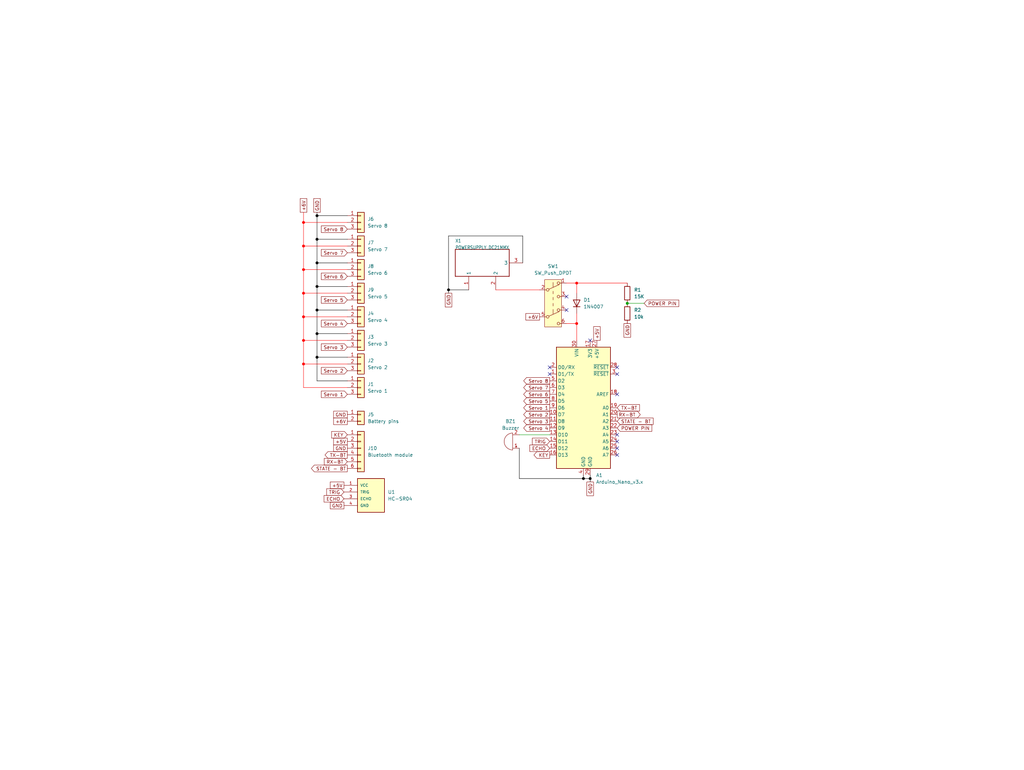
<source format=kicad_sch>
(kicad_sch
	(version 20231120)
	(generator "eeschema")
	(generator_version "8.0")
	(uuid "550547a0-d8eb-4563-9788-8b9d6cfcd495")
	(paper "User" 385.648 290.22)
	(lib_symbols
		(symbol "Connector_Generic:Conn_01x02"
			(pin_names
				(offset 1.016) hide)
			(exclude_from_sim no)
			(in_bom yes)
			(on_board yes)
			(property "Reference" "J"
				(at 0 2.54 0)
				(effects
					(font
						(size 1.27 1.27)
					)
				)
			)
			(property "Value" "Conn_01x02"
				(at 0 -5.08 0)
				(effects
					(font
						(size 1.27 1.27)
					)
				)
			)
			(property "Footprint" ""
				(at 0 0 0)
				(effects
					(font
						(size 1.27 1.27)
					)
					(hide yes)
				)
			)
			(property "Datasheet" "~"
				(at 0 0 0)
				(effects
					(font
						(size 1.27 1.27)
					)
					(hide yes)
				)
			)
			(property "Description" "Generic connector, single row, 01x02, script generated (kicad-library-utils/schlib/autogen/connector/)"
				(at 0 0 0)
				(effects
					(font
						(size 1.27 1.27)
					)
					(hide yes)
				)
			)
			(property "ki_keywords" "connector"
				(at 0 0 0)
				(effects
					(font
						(size 1.27 1.27)
					)
					(hide yes)
				)
			)
			(property "ki_fp_filters" "Connector*:*_1x??_*"
				(at 0 0 0)
				(effects
					(font
						(size 1.27 1.27)
					)
					(hide yes)
				)
			)
			(symbol "Conn_01x02_1_1"
				(rectangle
					(start -1.27 -2.413)
					(end 0 -2.667)
					(stroke
						(width 0.1524)
						(type default)
					)
					(fill
						(type none)
					)
				)
				(rectangle
					(start -1.27 0.127)
					(end 0 -0.127)
					(stroke
						(width 0.1524)
						(type default)
					)
					(fill
						(type none)
					)
				)
				(rectangle
					(start -1.27 1.27)
					(end 1.27 -3.81)
					(stroke
						(width 0.254)
						(type default)
					)
					(fill
						(type background)
					)
				)
				(pin passive line
					(at -5.08 0 0)
					(length 3.81)
					(name "Pin_1"
						(effects
							(font
								(size 1.27 1.27)
							)
						)
					)
					(number "1"
						(effects
							(font
								(size 1.27 1.27)
							)
						)
					)
				)
				(pin passive line
					(at -5.08 -2.54 0)
					(length 3.81)
					(name "Pin_2"
						(effects
							(font
								(size 1.27 1.27)
							)
						)
					)
					(number "2"
						(effects
							(font
								(size 1.27 1.27)
							)
						)
					)
				)
			)
		)
		(symbol "Connector_Generic:Conn_01x03"
			(pin_names
				(offset 1.016) hide)
			(exclude_from_sim no)
			(in_bom yes)
			(on_board yes)
			(property "Reference" "J"
				(at 0 5.08 0)
				(effects
					(font
						(size 1.27 1.27)
					)
				)
			)
			(property "Value" "Conn_01x03"
				(at 0 -5.08 0)
				(effects
					(font
						(size 1.27 1.27)
					)
				)
			)
			(property "Footprint" ""
				(at 0 0 0)
				(effects
					(font
						(size 1.27 1.27)
					)
					(hide yes)
				)
			)
			(property "Datasheet" "~"
				(at 0 0 0)
				(effects
					(font
						(size 1.27 1.27)
					)
					(hide yes)
				)
			)
			(property "Description" "Generic connector, single row, 01x03, script generated (kicad-library-utils/schlib/autogen/connector/)"
				(at 0 0 0)
				(effects
					(font
						(size 1.27 1.27)
					)
					(hide yes)
				)
			)
			(property "ki_keywords" "connector"
				(at 0 0 0)
				(effects
					(font
						(size 1.27 1.27)
					)
					(hide yes)
				)
			)
			(property "ki_fp_filters" "Connector*:*_1x??_*"
				(at 0 0 0)
				(effects
					(font
						(size 1.27 1.27)
					)
					(hide yes)
				)
			)
			(symbol "Conn_01x03_1_1"
				(rectangle
					(start -1.27 -2.413)
					(end 0 -2.667)
					(stroke
						(width 0.1524)
						(type default)
					)
					(fill
						(type none)
					)
				)
				(rectangle
					(start -1.27 0.127)
					(end 0 -0.127)
					(stroke
						(width 0.1524)
						(type default)
					)
					(fill
						(type none)
					)
				)
				(rectangle
					(start -1.27 2.667)
					(end 0 2.413)
					(stroke
						(width 0.1524)
						(type default)
					)
					(fill
						(type none)
					)
				)
				(rectangle
					(start -1.27 3.81)
					(end 1.27 -3.81)
					(stroke
						(width 0.254)
						(type default)
					)
					(fill
						(type background)
					)
				)
				(pin passive line
					(at -5.08 2.54 0)
					(length 3.81)
					(name "Pin_1"
						(effects
							(font
								(size 1.27 1.27)
							)
						)
					)
					(number "1"
						(effects
							(font
								(size 1.27 1.27)
							)
						)
					)
				)
				(pin passive line
					(at -5.08 0 0)
					(length 3.81)
					(name "Pin_2"
						(effects
							(font
								(size 1.27 1.27)
							)
						)
					)
					(number "2"
						(effects
							(font
								(size 1.27 1.27)
							)
						)
					)
				)
				(pin passive line
					(at -5.08 -2.54 0)
					(length 3.81)
					(name "Pin_3"
						(effects
							(font
								(size 1.27 1.27)
							)
						)
					)
					(number "3"
						(effects
							(font
								(size 1.27 1.27)
							)
						)
					)
				)
			)
		)
		(symbol "Connector_Generic:Conn_01x06"
			(pin_names
				(offset 1.016) hide)
			(exclude_from_sim no)
			(in_bom yes)
			(on_board yes)
			(property "Reference" "J"
				(at 0 7.62 0)
				(effects
					(font
						(size 1.27 1.27)
					)
				)
			)
			(property "Value" "Conn_01x06"
				(at 0 -10.16 0)
				(effects
					(font
						(size 1.27 1.27)
					)
				)
			)
			(property "Footprint" ""
				(at 0 0 0)
				(effects
					(font
						(size 1.27 1.27)
					)
					(hide yes)
				)
			)
			(property "Datasheet" "~"
				(at 0 0 0)
				(effects
					(font
						(size 1.27 1.27)
					)
					(hide yes)
				)
			)
			(property "Description" "Generic connector, single row, 01x06, script generated (kicad-library-utils/schlib/autogen/connector/)"
				(at 0 0 0)
				(effects
					(font
						(size 1.27 1.27)
					)
					(hide yes)
				)
			)
			(property "ki_keywords" "connector"
				(at 0 0 0)
				(effects
					(font
						(size 1.27 1.27)
					)
					(hide yes)
				)
			)
			(property "ki_fp_filters" "Connector*:*_1x??_*"
				(at 0 0 0)
				(effects
					(font
						(size 1.27 1.27)
					)
					(hide yes)
				)
			)
			(symbol "Conn_01x06_1_1"
				(rectangle
					(start -1.27 -7.493)
					(end 0 -7.747)
					(stroke
						(width 0.1524)
						(type default)
					)
					(fill
						(type none)
					)
				)
				(rectangle
					(start -1.27 -4.953)
					(end 0 -5.207)
					(stroke
						(width 0.1524)
						(type default)
					)
					(fill
						(type none)
					)
				)
				(rectangle
					(start -1.27 -2.413)
					(end 0 -2.667)
					(stroke
						(width 0.1524)
						(type default)
					)
					(fill
						(type none)
					)
				)
				(rectangle
					(start -1.27 0.127)
					(end 0 -0.127)
					(stroke
						(width 0.1524)
						(type default)
					)
					(fill
						(type none)
					)
				)
				(rectangle
					(start -1.27 2.667)
					(end 0 2.413)
					(stroke
						(width 0.1524)
						(type default)
					)
					(fill
						(type none)
					)
				)
				(rectangle
					(start -1.27 5.207)
					(end 0 4.953)
					(stroke
						(width 0.1524)
						(type default)
					)
					(fill
						(type none)
					)
				)
				(rectangle
					(start -1.27 6.35)
					(end 1.27 -8.89)
					(stroke
						(width 0.254)
						(type default)
					)
					(fill
						(type background)
					)
				)
				(pin passive line
					(at -5.08 5.08 0)
					(length 3.81)
					(name "Pin_1"
						(effects
							(font
								(size 1.27 1.27)
							)
						)
					)
					(number "1"
						(effects
							(font
								(size 1.27 1.27)
							)
						)
					)
				)
				(pin passive line
					(at -5.08 2.54 0)
					(length 3.81)
					(name "Pin_2"
						(effects
							(font
								(size 1.27 1.27)
							)
						)
					)
					(number "2"
						(effects
							(font
								(size 1.27 1.27)
							)
						)
					)
				)
				(pin passive line
					(at -5.08 0 0)
					(length 3.81)
					(name "Pin_3"
						(effects
							(font
								(size 1.27 1.27)
							)
						)
					)
					(number "3"
						(effects
							(font
								(size 1.27 1.27)
							)
						)
					)
				)
				(pin passive line
					(at -5.08 -2.54 0)
					(length 3.81)
					(name "Pin_4"
						(effects
							(font
								(size 1.27 1.27)
							)
						)
					)
					(number "4"
						(effects
							(font
								(size 1.27 1.27)
							)
						)
					)
				)
				(pin passive line
					(at -5.08 -5.08 0)
					(length 3.81)
					(name "Pin_5"
						(effects
							(font
								(size 1.27 1.27)
							)
						)
					)
					(number "5"
						(effects
							(font
								(size 1.27 1.27)
							)
						)
					)
				)
				(pin passive line
					(at -5.08 -7.62 0)
					(length 3.81)
					(name "Pin_6"
						(effects
							(font
								(size 1.27 1.27)
							)
						)
					)
					(number "6"
						(effects
							(font
								(size 1.27 1.27)
							)
						)
					)
				)
			)
		)
		(symbol "Device:Buzzer"
			(pin_names
				(offset 0.0254) hide)
			(exclude_from_sim no)
			(in_bom yes)
			(on_board yes)
			(property "Reference" "BZ"
				(at 3.81 1.27 0)
				(effects
					(font
						(size 1.27 1.27)
					)
					(justify left)
				)
			)
			(property "Value" "Buzzer"
				(at 3.81 -1.27 0)
				(effects
					(font
						(size 1.27 1.27)
					)
					(justify left)
				)
			)
			(property "Footprint" ""
				(at -0.635 2.54 90)
				(effects
					(font
						(size 1.27 1.27)
					)
					(hide yes)
				)
			)
			(property "Datasheet" "~"
				(at -0.635 2.54 90)
				(effects
					(font
						(size 1.27 1.27)
					)
					(hide yes)
				)
			)
			(property "Description" "Buzzer, polarized"
				(at 0 0 0)
				(effects
					(font
						(size 1.27 1.27)
					)
					(hide yes)
				)
			)
			(property "ki_keywords" "quartz resonator ceramic"
				(at 0 0 0)
				(effects
					(font
						(size 1.27 1.27)
					)
					(hide yes)
				)
			)
			(property "ki_fp_filters" "*Buzzer*"
				(at 0 0 0)
				(effects
					(font
						(size 1.27 1.27)
					)
					(hide yes)
				)
			)
			(symbol "Buzzer_0_1"
				(arc
					(start 0 -3.175)
					(mid 3.1612 0)
					(end 0 3.175)
					(stroke
						(width 0)
						(type default)
					)
					(fill
						(type none)
					)
				)
				(polyline
					(pts
						(xy -1.651 1.905) (xy -1.143 1.905)
					)
					(stroke
						(width 0)
						(type default)
					)
					(fill
						(type none)
					)
				)
				(polyline
					(pts
						(xy -1.397 2.159) (xy -1.397 1.651)
					)
					(stroke
						(width 0)
						(type default)
					)
					(fill
						(type none)
					)
				)
				(polyline
					(pts
						(xy 0 3.175) (xy 0 -3.175)
					)
					(stroke
						(width 0)
						(type default)
					)
					(fill
						(type none)
					)
				)
			)
			(symbol "Buzzer_1_1"
				(pin passive line
					(at -2.54 2.54 0)
					(length 2.54)
					(name "+"
						(effects
							(font
								(size 1.27 1.27)
							)
						)
					)
					(number "1"
						(effects
							(font
								(size 1.27 1.27)
							)
						)
					)
				)
				(pin passive line
					(at -2.54 -2.54 0)
					(length 2.54)
					(name "-"
						(effects
							(font
								(size 1.27 1.27)
							)
						)
					)
					(number "2"
						(effects
							(font
								(size 1.27 1.27)
							)
						)
					)
				)
			)
		)
		(symbol "Device:R"
			(pin_numbers hide)
			(pin_names
				(offset 0)
			)
			(exclude_from_sim no)
			(in_bom yes)
			(on_board yes)
			(property "Reference" "R"
				(at 2.032 0 90)
				(effects
					(font
						(size 1.27 1.27)
					)
				)
			)
			(property "Value" "R"
				(at 0 0 90)
				(effects
					(font
						(size 1.27 1.27)
					)
				)
			)
			(property "Footprint" ""
				(at -1.778 0 90)
				(effects
					(font
						(size 1.27 1.27)
					)
					(hide yes)
				)
			)
			(property "Datasheet" "~"
				(at 0 0 0)
				(effects
					(font
						(size 1.27 1.27)
					)
					(hide yes)
				)
			)
			(property "Description" "Resistor"
				(at 0 0 0)
				(effects
					(font
						(size 1.27 1.27)
					)
					(hide yes)
				)
			)
			(property "ki_keywords" "R res resistor"
				(at 0 0 0)
				(effects
					(font
						(size 1.27 1.27)
					)
					(hide yes)
				)
			)
			(property "ki_fp_filters" "R_*"
				(at 0 0 0)
				(effects
					(font
						(size 1.27 1.27)
					)
					(hide yes)
				)
			)
			(symbol "R_0_1"
				(rectangle
					(start -1.016 -2.54)
					(end 1.016 2.54)
					(stroke
						(width 0.254)
						(type default)
					)
					(fill
						(type none)
					)
				)
			)
			(symbol "R_1_1"
				(pin passive line
					(at 0 3.81 270)
					(length 1.27)
					(name "~"
						(effects
							(font
								(size 1.27 1.27)
							)
						)
					)
					(number "1"
						(effects
							(font
								(size 1.27 1.27)
							)
						)
					)
				)
				(pin passive line
					(at 0 -3.81 90)
					(length 1.27)
					(name "~"
						(effects
							(font
								(size 1.27 1.27)
							)
						)
					)
					(number "2"
						(effects
							(font
								(size 1.27 1.27)
							)
						)
					)
				)
			)
		)
		(symbol "Diode:1N4007"
			(pin_numbers hide)
			(pin_names hide)
			(exclude_from_sim no)
			(in_bom yes)
			(on_board yes)
			(property "Reference" "D"
				(at 0 2.54 0)
				(effects
					(font
						(size 1.27 1.27)
					)
				)
			)
			(property "Value" "1N4007"
				(at 0 -2.54 0)
				(effects
					(font
						(size 1.27 1.27)
					)
				)
			)
			(property "Footprint" "Diode_THT:D_DO-41_SOD81_P10.16mm_Horizontal"
				(at 0 -4.445 0)
				(effects
					(font
						(size 1.27 1.27)
					)
					(hide yes)
				)
			)
			(property "Datasheet" "http://www.vishay.com/docs/88503/1n4001.pdf"
				(at 0 0 0)
				(effects
					(font
						(size 1.27 1.27)
					)
					(hide yes)
				)
			)
			(property "Description" "1000V 1A General Purpose Rectifier Diode, DO-41"
				(at 0 0 0)
				(effects
					(font
						(size 1.27 1.27)
					)
					(hide yes)
				)
			)
			(property "Sim.Device" "D"
				(at 0 0 0)
				(effects
					(font
						(size 1.27 1.27)
					)
					(hide yes)
				)
			)
			(property "Sim.Pins" "1=K 2=A"
				(at 0 0 0)
				(effects
					(font
						(size 1.27 1.27)
					)
					(hide yes)
				)
			)
			(property "ki_keywords" "diode"
				(at 0 0 0)
				(effects
					(font
						(size 1.27 1.27)
					)
					(hide yes)
				)
			)
			(property "ki_fp_filters" "D*DO?41*"
				(at 0 0 0)
				(effects
					(font
						(size 1.27 1.27)
					)
					(hide yes)
				)
			)
			(symbol "1N4007_0_1"
				(polyline
					(pts
						(xy -1.27 1.27) (xy -1.27 -1.27)
					)
					(stroke
						(width 0.254)
						(type default)
					)
					(fill
						(type none)
					)
				)
				(polyline
					(pts
						(xy 1.27 0) (xy -1.27 0)
					)
					(stroke
						(width 0)
						(type default)
					)
					(fill
						(type none)
					)
				)
				(polyline
					(pts
						(xy 1.27 1.27) (xy 1.27 -1.27) (xy -1.27 0) (xy 1.27 1.27)
					)
					(stroke
						(width 0.254)
						(type default)
					)
					(fill
						(type none)
					)
				)
			)
			(symbol "1N4007_1_1"
				(pin passive line
					(at -3.81 0 0)
					(length 2.54)
					(name "K"
						(effects
							(font
								(size 1.27 1.27)
							)
						)
					)
					(number "1"
						(effects
							(font
								(size 1.27 1.27)
							)
						)
					)
				)
				(pin passive line
					(at 3.81 0 180)
					(length 2.54)
					(name "A"
						(effects
							(font
								(size 1.27 1.27)
							)
						)
					)
					(number "2"
						(effects
							(font
								(size 1.27 1.27)
							)
						)
					)
				)
			)
		)
		(symbol "HC-SR04:HC-SR04"
			(pin_names
				(offset 1.016)
			)
			(exclude_from_sim no)
			(in_bom yes)
			(on_board yes)
			(property "Reference" "U"
				(at 0 5.0813 0)
				(effects
					(font
						(size 1.27 1.27)
					)
					(justify left bottom)
				)
			)
			(property "Value" "HC-SR04"
				(at 0 -10.163 0)
				(effects
					(font
						(size 1.27 1.27)
					)
					(justify left bottom)
				)
			)
			(property "Footprint" "HC-SR04:XCVR_HC-SR04"
				(at 0 0 0)
				(effects
					(font
						(size 1.27 1.27)
					)
					(justify bottom)
					(hide yes)
				)
			)
			(property "Datasheet" ""
				(at 0 0 0)
				(effects
					(font
						(size 1.27 1.27)
					)
					(hide yes)
				)
			)
			(property "Description" ""
				(at 0 0 0)
				(effects
					(font
						(size 1.27 1.27)
					)
					(hide yes)
				)
			)
			(property "MF" "SparkFun Electronics"
				(at 0 0 0)
				(effects
					(font
						(size 1.27 1.27)
					)
					(justify bottom)
					(hide yes)
				)
			)
			(property "Description_1" "\n                        \n                            HC-SR04 Ultrasonic Sensor Qwiic Platform Evaluation Expansion Board\n                        \n"
				(at 0 0 0)
				(effects
					(font
						(size 1.27 1.27)
					)
					(justify bottom)
					(hide yes)
				)
			)
			(property "Package" "None"
				(at 0 0 0)
				(effects
					(font
						(size 1.27 1.27)
					)
					(justify bottom)
					(hide yes)
				)
			)
			(property "Price" "None"
				(at 0 0 0)
				(effects
					(font
						(size 1.27 1.27)
					)
					(justify bottom)
					(hide yes)
				)
			)
			(property "Check_prices" "https://www.snapeda.com/parts/HC-SR04/SparkFun/view-part/?ref=eda"
				(at 0 0 0)
				(effects
					(font
						(size 1.27 1.27)
					)
					(justify bottom)
					(hide yes)
				)
			)
			(property "SnapEDA_Link" "https://www.snapeda.com/parts/HC-SR04/SparkFun/view-part/?ref=snap"
				(at 0 0 0)
				(effects
					(font
						(size 1.27 1.27)
					)
					(justify bottom)
					(hide yes)
				)
			)
			(property "MP" "HC-SR04"
				(at 0 0 0)
				(effects
					(font
						(size 1.27 1.27)
					)
					(justify bottom)
					(hide yes)
				)
			)
			(property "Availability" "Not in stock"
				(at 0 0 0)
				(effects
					(font
						(size 1.27 1.27)
					)
					(justify bottom)
					(hide yes)
				)
			)
			(property "MANUFACTURER" "Osepp"
				(at 0 0 0)
				(effects
					(font
						(size 1.27 1.27)
					)
					(justify bottom)
					(hide yes)
				)
			)
			(symbol "HC-SR04_0_0"
				(rectangle
					(start 0 -7.62)
					(end 10.16 5.08)
					(stroke
						(width 0.254)
						(type default)
					)
					(fill
						(type background)
					)
				)
				(pin power_in line
					(at -5.08 2.54 0)
					(length 5.08)
					(name "VCC"
						(effects
							(font
								(size 1.016 1.016)
							)
						)
					)
					(number "1"
						(effects
							(font
								(size 1.016 1.016)
							)
						)
					)
				)
				(pin bidirectional line
					(at -5.08 0 0)
					(length 5.08)
					(name "TRIG"
						(effects
							(font
								(size 1.016 1.016)
							)
						)
					)
					(number "2"
						(effects
							(font
								(size 1.016 1.016)
							)
						)
					)
				)
				(pin bidirectional line
					(at -5.08 -2.54 0)
					(length 5.08)
					(name "ECHO"
						(effects
							(font
								(size 1.016 1.016)
							)
						)
					)
					(number "3"
						(effects
							(font
								(size 1.016 1.016)
							)
						)
					)
				)
				(pin power_in line
					(at -5.08 -5.08 0)
					(length 5.08)
					(name "GND"
						(effects
							(font
								(size 1.016 1.016)
							)
						)
					)
					(number "4"
						(effects
							(font
								(size 1.016 1.016)
							)
						)
					)
				)
			)
		)
		(symbol "MCU_Module:Arduino_Nano_v3.x"
			(exclude_from_sim no)
			(in_bom yes)
			(on_board yes)
			(property "Reference" "A"
				(at -10.16 23.495 0)
				(effects
					(font
						(size 1.27 1.27)
					)
					(justify left bottom)
				)
			)
			(property "Value" "Arduino_Nano_v3.x"
				(at 5.08 -24.13 0)
				(effects
					(font
						(size 1.27 1.27)
					)
					(justify left top)
				)
			)
			(property "Footprint" "Module:Arduino_Nano"
				(at 0 0 0)
				(effects
					(font
						(size 1.27 1.27)
						(italic yes)
					)
					(hide yes)
				)
			)
			(property "Datasheet" "http://www.mouser.com/pdfdocs/Gravitech_Arduino_Nano3_0.pdf"
				(at 0 0 0)
				(effects
					(font
						(size 1.27 1.27)
					)
					(hide yes)
				)
			)
			(property "Description" "Arduino Nano v3.x"
				(at 0 0 0)
				(effects
					(font
						(size 1.27 1.27)
					)
					(hide yes)
				)
			)
			(property "ki_keywords" "Arduino nano microcontroller module USB"
				(at 0 0 0)
				(effects
					(font
						(size 1.27 1.27)
					)
					(hide yes)
				)
			)
			(property "ki_fp_filters" "Arduino*Nano*"
				(at 0 0 0)
				(effects
					(font
						(size 1.27 1.27)
					)
					(hide yes)
				)
			)
			(symbol "Arduino_Nano_v3.x_0_1"
				(rectangle
					(start -10.16 22.86)
					(end 10.16 -22.86)
					(stroke
						(width 0.254)
						(type default)
					)
					(fill
						(type background)
					)
				)
			)
			(symbol "Arduino_Nano_v3.x_1_1"
				(pin bidirectional line
					(at -12.7 12.7 0)
					(length 2.54)
					(name "D1/TX"
						(effects
							(font
								(size 1.27 1.27)
							)
						)
					)
					(number "1"
						(effects
							(font
								(size 1.27 1.27)
							)
						)
					)
				)
				(pin bidirectional line
					(at -12.7 -2.54 0)
					(length 2.54)
					(name "D7"
						(effects
							(font
								(size 1.27 1.27)
							)
						)
					)
					(number "10"
						(effects
							(font
								(size 1.27 1.27)
							)
						)
					)
				)
				(pin bidirectional line
					(at -12.7 -5.08 0)
					(length 2.54)
					(name "D8"
						(effects
							(font
								(size 1.27 1.27)
							)
						)
					)
					(number "11"
						(effects
							(font
								(size 1.27 1.27)
							)
						)
					)
				)
				(pin bidirectional line
					(at -12.7 -7.62 0)
					(length 2.54)
					(name "D9"
						(effects
							(font
								(size 1.27 1.27)
							)
						)
					)
					(number "12"
						(effects
							(font
								(size 1.27 1.27)
							)
						)
					)
				)
				(pin bidirectional line
					(at -12.7 -10.16 0)
					(length 2.54)
					(name "D10"
						(effects
							(font
								(size 1.27 1.27)
							)
						)
					)
					(number "13"
						(effects
							(font
								(size 1.27 1.27)
							)
						)
					)
				)
				(pin bidirectional line
					(at -12.7 -12.7 0)
					(length 2.54)
					(name "D11"
						(effects
							(font
								(size 1.27 1.27)
							)
						)
					)
					(number "14"
						(effects
							(font
								(size 1.27 1.27)
							)
						)
					)
				)
				(pin bidirectional line
					(at -12.7 -15.24 0)
					(length 2.54)
					(name "D12"
						(effects
							(font
								(size 1.27 1.27)
							)
						)
					)
					(number "15"
						(effects
							(font
								(size 1.27 1.27)
							)
						)
					)
				)
				(pin bidirectional line
					(at -12.7 -17.78 0)
					(length 2.54)
					(name "D13"
						(effects
							(font
								(size 1.27 1.27)
							)
						)
					)
					(number "16"
						(effects
							(font
								(size 1.27 1.27)
							)
						)
					)
				)
				(pin power_out line
					(at 2.54 25.4 270)
					(length 2.54)
					(name "3V3"
						(effects
							(font
								(size 1.27 1.27)
							)
						)
					)
					(number "17"
						(effects
							(font
								(size 1.27 1.27)
							)
						)
					)
				)
				(pin input line
					(at 12.7 5.08 180)
					(length 2.54)
					(name "AREF"
						(effects
							(font
								(size 1.27 1.27)
							)
						)
					)
					(number "18"
						(effects
							(font
								(size 1.27 1.27)
							)
						)
					)
				)
				(pin bidirectional line
					(at 12.7 0 180)
					(length 2.54)
					(name "A0"
						(effects
							(font
								(size 1.27 1.27)
							)
						)
					)
					(number "19"
						(effects
							(font
								(size 1.27 1.27)
							)
						)
					)
				)
				(pin bidirectional line
					(at -12.7 15.24 0)
					(length 2.54)
					(name "D0/RX"
						(effects
							(font
								(size 1.27 1.27)
							)
						)
					)
					(number "2"
						(effects
							(font
								(size 1.27 1.27)
							)
						)
					)
				)
				(pin bidirectional line
					(at 12.7 -2.54 180)
					(length 2.54)
					(name "A1"
						(effects
							(font
								(size 1.27 1.27)
							)
						)
					)
					(number "20"
						(effects
							(font
								(size 1.27 1.27)
							)
						)
					)
				)
				(pin bidirectional line
					(at 12.7 -5.08 180)
					(length 2.54)
					(name "A2"
						(effects
							(font
								(size 1.27 1.27)
							)
						)
					)
					(number "21"
						(effects
							(font
								(size 1.27 1.27)
							)
						)
					)
				)
				(pin bidirectional line
					(at 12.7 -7.62 180)
					(length 2.54)
					(name "A3"
						(effects
							(font
								(size 1.27 1.27)
							)
						)
					)
					(number "22"
						(effects
							(font
								(size 1.27 1.27)
							)
						)
					)
				)
				(pin bidirectional line
					(at 12.7 -10.16 180)
					(length 2.54)
					(name "A4"
						(effects
							(font
								(size 1.27 1.27)
							)
						)
					)
					(number "23"
						(effects
							(font
								(size 1.27 1.27)
							)
						)
					)
				)
				(pin bidirectional line
					(at 12.7 -12.7 180)
					(length 2.54)
					(name "A5"
						(effects
							(font
								(size 1.27 1.27)
							)
						)
					)
					(number "24"
						(effects
							(font
								(size 1.27 1.27)
							)
						)
					)
				)
				(pin bidirectional line
					(at 12.7 -15.24 180)
					(length 2.54)
					(name "A6"
						(effects
							(font
								(size 1.27 1.27)
							)
						)
					)
					(number "25"
						(effects
							(font
								(size 1.27 1.27)
							)
						)
					)
				)
				(pin bidirectional line
					(at 12.7 -17.78 180)
					(length 2.54)
					(name "A7"
						(effects
							(font
								(size 1.27 1.27)
							)
						)
					)
					(number "26"
						(effects
							(font
								(size 1.27 1.27)
							)
						)
					)
				)
				(pin power_out line
					(at 5.08 25.4 270)
					(length 2.54)
					(name "+5V"
						(effects
							(font
								(size 1.27 1.27)
							)
						)
					)
					(number "27"
						(effects
							(font
								(size 1.27 1.27)
							)
						)
					)
				)
				(pin input line
					(at 12.7 15.24 180)
					(length 2.54)
					(name "~{RESET}"
						(effects
							(font
								(size 1.27 1.27)
							)
						)
					)
					(number "28"
						(effects
							(font
								(size 1.27 1.27)
							)
						)
					)
				)
				(pin power_in line
					(at 2.54 -25.4 90)
					(length 2.54)
					(name "GND"
						(effects
							(font
								(size 1.27 1.27)
							)
						)
					)
					(number "29"
						(effects
							(font
								(size 1.27 1.27)
							)
						)
					)
				)
				(pin input line
					(at 12.7 12.7 180)
					(length 2.54)
					(name "~{RESET}"
						(effects
							(font
								(size 1.27 1.27)
							)
						)
					)
					(number "3"
						(effects
							(font
								(size 1.27 1.27)
							)
						)
					)
				)
				(pin power_in line
					(at -2.54 25.4 270)
					(length 2.54)
					(name "VIN"
						(effects
							(font
								(size 1.27 1.27)
							)
						)
					)
					(number "30"
						(effects
							(font
								(size 1.27 1.27)
							)
						)
					)
				)
				(pin power_in line
					(at 0 -25.4 90)
					(length 2.54)
					(name "GND"
						(effects
							(font
								(size 1.27 1.27)
							)
						)
					)
					(number "4"
						(effects
							(font
								(size 1.27 1.27)
							)
						)
					)
				)
				(pin bidirectional line
					(at -12.7 10.16 0)
					(length 2.54)
					(name "D2"
						(effects
							(font
								(size 1.27 1.27)
							)
						)
					)
					(number "5"
						(effects
							(font
								(size 1.27 1.27)
							)
						)
					)
				)
				(pin bidirectional line
					(at -12.7 7.62 0)
					(length 2.54)
					(name "D3"
						(effects
							(font
								(size 1.27 1.27)
							)
						)
					)
					(number "6"
						(effects
							(font
								(size 1.27 1.27)
							)
						)
					)
				)
				(pin bidirectional line
					(at -12.7 5.08 0)
					(length 2.54)
					(name "D4"
						(effects
							(font
								(size 1.27 1.27)
							)
						)
					)
					(number "7"
						(effects
							(font
								(size 1.27 1.27)
							)
						)
					)
				)
				(pin bidirectional line
					(at -12.7 2.54 0)
					(length 2.54)
					(name "D5"
						(effects
							(font
								(size 1.27 1.27)
							)
						)
					)
					(number "8"
						(effects
							(font
								(size 1.27 1.27)
							)
						)
					)
				)
				(pin bidirectional line
					(at -12.7 0 0)
					(length 2.54)
					(name "D6"
						(effects
							(font
								(size 1.27 1.27)
							)
						)
					)
					(number "9"
						(effects
							(font
								(size 1.27 1.27)
							)
						)
					)
				)
			)
		)
		(symbol "Switch:SW_Push_DPDT"
			(pin_names
				(offset 0) hide)
			(exclude_from_sim no)
			(in_bom yes)
			(on_board yes)
			(property "Reference" "SW"
				(at 0 10.16 0)
				(effects
					(font
						(size 1.27 1.27)
					)
				)
			)
			(property "Value" "SW_Push_DPDT"
				(at 0 -10.16 0)
				(effects
					(font
						(size 1.27 1.27)
					)
				)
			)
			(property "Footprint" ""
				(at 0 5.08 0)
				(effects
					(font
						(size 1.27 1.27)
					)
					(hide yes)
				)
			)
			(property "Datasheet" "~"
				(at 0 5.08 0)
				(effects
					(font
						(size 1.27 1.27)
					)
					(hide yes)
				)
			)
			(property "Description" "Momentary Switch, dual pole double throw"
				(at 0 0 0)
				(effects
					(font
						(size 1.27 1.27)
					)
					(hide yes)
				)
			)
			(property "ki_keywords" "switch dual-pole double-throw spdt ON-ON"
				(at 0 0 0)
				(effects
					(font
						(size 1.27 1.27)
					)
					(hide yes)
				)
			)
			(symbol "SW_Push_DPDT_0_0"
				(circle
					(center -2.032 -5.08)
					(radius 0.508)
					(stroke
						(width 0)
						(type default)
					)
					(fill
						(type none)
					)
				)
				(circle
					(center -2.032 5.08)
					(radius 0.508)
					(stroke
						(width 0)
						(type default)
					)
					(fill
						(type none)
					)
				)
				(circle
					(center 2.032 -7.62)
					(radius 0.508)
					(stroke
						(width 0)
						(type default)
					)
					(fill
						(type none)
					)
				)
				(circle
					(center 2.032 2.54)
					(radius 0.508)
					(stroke
						(width 0)
						(type default)
					)
					(fill
						(type none)
					)
				)
			)
			(symbol "SW_Push_DPDT_0_1"
				(polyline
					(pts
						(xy -1.524 -4.826) (xy 2.3368 -3.0988)
					)
					(stroke
						(width 0)
						(type default)
					)
					(fill
						(type none)
					)
				)
				(polyline
					(pts
						(xy -1.524 5.334) (xy 2.3368 7.0612)
					)
					(stroke
						(width 0)
						(type default)
					)
					(fill
						(type none)
					)
				)
				(polyline
					(pts
						(xy 0 -2.286) (xy 0 -4.064)
					)
					(stroke
						(width 0)
						(type default)
					)
					(fill
						(type none)
					)
				)
				(polyline
					(pts
						(xy 0 -1.016) (xy 0 0)
					)
					(stroke
						(width 0)
						(type default)
					)
					(fill
						(type none)
					)
				)
				(polyline
					(pts
						(xy 0 1.27) (xy 0 2.286)
					)
					(stroke
						(width 0)
						(type default)
					)
					(fill
						(type none)
					)
				)
				(polyline
					(pts
						(xy 0 3.556) (xy 0 4.572)
					)
					(stroke
						(width 0)
						(type default)
					)
					(fill
						(type none)
					)
				)
				(polyline
					(pts
						(xy 0 7.874) (xy 0 6.096)
					)
					(stroke
						(width 0)
						(type default)
					)
					(fill
						(type none)
					)
				)
				(circle
					(center 2.032 -2.54)
					(radius 0.508)
					(stroke
						(width 0)
						(type default)
					)
					(fill
						(type none)
					)
				)
				(circle
					(center 2.032 7.62)
					(radius 0.508)
					(stroke
						(width 0)
						(type default)
					)
					(fill
						(type none)
					)
				)
			)
			(symbol "SW_Push_DPDT_1_1"
				(rectangle
					(start -3.175 8.89)
					(end 3.175 -8.89)
					(stroke
						(width 0)
						(type default)
					)
					(fill
						(type background)
					)
				)
				(pin passive line
					(at 5.08 7.62 180)
					(length 2.54)
					(name "A"
						(effects
							(font
								(size 1.27 1.27)
							)
						)
					)
					(number "1"
						(effects
							(font
								(size 1.27 1.27)
							)
						)
					)
				)
				(pin passive line
					(at -5.08 5.08 0)
					(length 2.54)
					(name "B"
						(effects
							(font
								(size 1.27 1.27)
							)
						)
					)
					(number "2"
						(effects
							(font
								(size 1.27 1.27)
							)
						)
					)
				)
				(pin passive line
					(at 5.08 2.54 180)
					(length 2.54)
					(name "C"
						(effects
							(font
								(size 1.27 1.27)
							)
						)
					)
					(number "3"
						(effects
							(font
								(size 1.27 1.27)
							)
						)
					)
				)
				(pin passive line
					(at 5.08 -2.54 180)
					(length 2.54)
					(name "A"
						(effects
							(font
								(size 1.27 1.27)
							)
						)
					)
					(number "4"
						(effects
							(font
								(size 1.27 1.27)
							)
						)
					)
				)
				(pin passive line
					(at -5.08 -5.08 0)
					(length 2.54)
					(name "B"
						(effects
							(font
								(size 1.27 1.27)
							)
						)
					)
					(number "5"
						(effects
							(font
								(size 1.27 1.27)
							)
						)
					)
				)
				(pin passive line
					(at 5.08 -7.62 180)
					(length 2.54)
					(name "C"
						(effects
							(font
								(size 1.27 1.27)
							)
						)
					)
					(number "6"
						(effects
							(font
								(size 1.27 1.27)
							)
						)
					)
				)
			)
		)
		(symbol "arduino_Uno_Rev3-02-TH-eagle-import:POWERSUPPLY_DC21MMX"
			(exclude_from_sim no)
			(in_bom yes)
			(on_board yes)
			(property "Reference" ""
				(at -10.16 7.62 0)
				(effects
					(font
						(size 1.27 1.0795)
					)
					(justify left bottom)
					(hide yes)
				)
			)
			(property "Value" ""
				(at -10.16 5.08 0)
				(effects
					(font
						(size 1.27 1.0795)
					)
					(justify left bottom)
				)
			)
			(property "Footprint" "arduino_Uno_Rev3-02-TH:POWERSUPPLY_DC-21MM"
				(at 0 0 0)
				(effects
					(font
						(size 1.27 1.27)
					)
					(hide yes)
				)
			)
			(property "Datasheet" ""
				(at 0 0 0)
				(effects
					(font
						(size 1.27 1.27)
					)
					(hide yes)
				)
			)
			(property "Description" ""
				(at 0 0 0)
				(effects
					(font
						(size 1.27 1.27)
					)
					(hide yes)
				)
			)
			(property "ki_locked" ""
				(at 0 0 0)
				(effects
					(font
						(size 1.27 1.27)
					)
				)
			)
			(symbol "POWERSUPPLY_DC21MMX_1_0"
				(polyline
					(pts
						(xy -10.16 -5.08) (xy -10.16 5.08)
					)
					(stroke
						(width 0.254)
						(type solid)
					)
					(fill
						(type none)
					)
				)
				(polyline
					(pts
						(xy -10.16 5.08) (xy 10.16 5.08)
					)
					(stroke
						(width 0.254)
						(type solid)
					)
					(fill
						(type none)
					)
				)
				(polyline
					(pts
						(xy 10.16 -5.08) (xy -10.16 -5.08)
					)
					(stroke
						(width 0.254)
						(type solid)
					)
					(fill
						(type none)
					)
				)
				(polyline
					(pts
						(xy 10.16 5.08) (xy 10.16 -5.08)
					)
					(stroke
						(width 0.254)
						(type solid)
					)
					(fill
						(type none)
					)
				)
				(pin power_in line
					(at -5.08 -10.16 90)
					(length 5.08)
					(name "1"
						(effects
							(font
								(size 1.27 1.27)
							)
						)
					)
					(number "1"
						(effects
							(font
								(size 1.27 1.27)
							)
						)
					)
				)
				(pin power_in line
					(at 5.08 -10.16 90)
					(length 5.08)
					(name "2"
						(effects
							(font
								(size 1.27 1.27)
							)
						)
					)
					(number "2"
						(effects
							(font
								(size 1.27 1.27)
							)
						)
					)
				)
				(pin power_in line
					(at 15.24 0 180)
					(length 5.08)
					(name "3"
						(effects
							(font
								(size 1.27 1.27)
							)
						)
					)
					(number "3"
						(effects
							(font
								(size 1.27 1.27)
							)
						)
					)
				)
			)
		)
	)
	(junction
		(at 114.3 101.6)
		(diameter 0)
		(color 255 0 0 1)
		(uuid "113c518c-30d7-485e-9895-2f3384c6365f")
	)
	(junction
		(at 119.38 134.62)
		(diameter 0)
		(color 0 0 0 1)
		(uuid "206b53b8-fa71-4964-ba1c-ec1398e7708f")
	)
	(junction
		(at 236.22 114.3)
		(diameter 0)
		(color 0 0 0 0)
		(uuid "3c499da2-428e-4b2b-b162-cf639e5fb2c1")
	)
	(junction
		(at 114.3 137.16)
		(diameter 0)
		(color 255 0 0 1)
		(uuid "45d63e9a-0c65-4e8f-9884-96ce000553f2")
	)
	(junction
		(at 217.17 121.92)
		(diameter 0)
		(color 255 0 0 1)
		(uuid "5c8bbb9d-a92c-47b0-91a8-fe088db901a4")
	)
	(junction
		(at 114.3 128.27)
		(diameter 0)
		(color 255 0 0 1)
		(uuid "609f0b8d-5566-489b-a1ed-be795b08ab03")
	)
	(junction
		(at 119.38 90.17)
		(diameter 0)
		(color 0 0 0 1)
		(uuid "6b7807dd-5f6b-44f9-8eef-587ec0346a14")
	)
	(junction
		(at 119.38 125.73)
		(diameter 0)
		(color 0 0 0 1)
		(uuid "6c89fbe5-b9c0-472d-9f41-e5ce6d602663")
	)
	(junction
		(at 222.25 180.34)
		(diameter 0)
		(color 0 0 0 1)
		(uuid "6fe061c4-c932-49c1-bd8a-3f62fe6ee737")
	)
	(junction
		(at 119.38 81.28)
		(diameter 0)
		(color 0 0 0 1)
		(uuid "8acbdc35-dcbc-48c4-96a4-9fc8e87a5bb9")
	)
	(junction
		(at 168.91 109.22)
		(diameter 0)
		(color 0 0 0 1)
		(uuid "944a9036-cfe0-4276-867e-05e757b706f8")
	)
	(junction
		(at 114.3 92.71)
		(diameter 0)
		(color 255 0 0 1)
		(uuid "afc98adf-d2e4-41e7-b12d-9fc8b614a557")
	)
	(junction
		(at 119.38 99.06)
		(diameter 0)
		(color 0 0 0 1)
		(uuid "b1519280-faf3-4506-b47c-a1e7666e8c54")
	)
	(junction
		(at 119.38 107.95)
		(diameter 0)
		(color 0 0 0 1)
		(uuid "b834aee6-8f58-45c4-a696-79c0cb6d0959")
	)
	(junction
		(at 217.17 106.68)
		(diameter 0)
		(color 255 0 0 1)
		(uuid "bc5927ff-c3f4-4a61-a890-e7e9cd34f787")
	)
	(junction
		(at 114.3 83.82)
		(diameter 0)
		(color 255 0 0 1)
		(uuid "bd87b57f-3b8b-476f-8b03-b83f392c39d6")
	)
	(junction
		(at 114.3 119.38)
		(diameter 0)
		(color 255 0 0 1)
		(uuid "cb4ba942-745e-4602-b704-d6578b2f6ea0")
	)
	(junction
		(at 219.71 180.34)
		(diameter 0)
		(color 0 0 0 1)
		(uuid "cdc53f9b-5030-4bfb-a892-0d004a27eb56")
	)
	(junction
		(at 114.3 110.49)
		(diameter 0)
		(color 255 0 0 1)
		(uuid "f50ca177-ff82-4971-8151-d6c52c1b46fb")
	)
	(junction
		(at 119.38 116.84)
		(diameter 0)
		(color 0 0 0 1)
		(uuid "fd3e765b-2342-4201-8912-06903d7795d3")
	)
	(no_connect
		(at 222.25 128.27)
		(uuid "01b2aa90-114d-4906-be50-4491eac0de7f")
	)
	(no_connect
		(at 232.41 168.91)
		(uuid "21de788d-6c31-4530-9821-77278b89bc1b")
	)
	(no_connect
		(at 232.41 138.43)
		(uuid "4182cf45-a65b-48ed-9166-1e35af2da681")
	)
	(no_connect
		(at 213.36 116.84)
		(uuid "6cafb74f-5f80-4731-b1cd-f229f929f9ff")
	)
	(no_connect
		(at 232.41 171.45)
		(uuid "7172170c-942d-44d7-b0ff-c576c5c9ad36")
	)
	(no_connect
		(at 232.41 140.97)
		(uuid "9ee1b945-f6b9-4b65-b142-023c5c5be8fc")
	)
	(no_connect
		(at 207.01 138.43)
		(uuid "be133f25-378e-4ada-98b9-6ce2c61ca59d")
	)
	(no_connect
		(at 207.01 140.97)
		(uuid "d5a19862-1a03-4a31-8831-4737a11cf85b")
	)
	(no_connect
		(at 232.41 166.37)
		(uuid "d7b1e83e-f7be-474e-a2f8-a024e02c8d82")
	)
	(no_connect
		(at 232.41 148.59)
		(uuid "ea17f37b-ecfe-454a-a665-8e47976cb715")
	)
	(no_connect
		(at 232.41 163.83)
		(uuid "f507c827-2f79-480b-bfc6-fef112586f9f")
	)
	(no_connect
		(at 213.36 111.76)
		(uuid "fa29f17c-3988-458d-8975-cf04ad2c6261")
	)
	(wire
		(pts
			(xy 119.38 99.06) (xy 119.38 107.95)
		)
		(stroke
			(width 0)
			(type default)
			(color 0 0 0 1)
		)
		(uuid "0b35434a-ed3d-4168-9397-e165a4326ed4")
	)
	(wire
		(pts
			(xy 114.3 146.05) (xy 114.3 137.16)
		)
		(stroke
			(width 0)
			(type default)
			(color 255 0 0 1)
		)
		(uuid "0c707dbd-a8e2-45f4-bc54-c32df00fe863")
	)
	(wire
		(pts
			(xy 114.3 119.38) (xy 130.81 119.38)
		)
		(stroke
			(width 0)
			(type default)
			(color 255 0 0 1)
		)
		(uuid "1124f73c-2442-4172-8e3f-3a1b04c1b804")
	)
	(wire
		(pts
			(xy 130.81 128.27) (xy 114.3 128.27)
		)
		(stroke
			(width 0)
			(type default)
			(color 255 0 0 1)
		)
		(uuid "164ed92b-0fb1-4ff7-ae0f-7aa35a03d03e")
	)
	(wire
		(pts
			(xy 130.81 90.17) (xy 119.38 90.17)
		)
		(stroke
			(width 0)
			(type default)
			(color 0 0 0 1)
		)
		(uuid "168e7539-c8cf-4543-9ed6-4c3bee1b654d")
	)
	(wire
		(pts
			(xy 119.38 134.62) (xy 119.38 125.73)
		)
		(stroke
			(width 0)
			(type default)
			(color 0 0 0 1)
		)
		(uuid "186cfb85-ac76-4bf9-8a2a-3c6a91e4ba0c")
	)
	(wire
		(pts
			(xy 114.3 83.82) (xy 114.3 92.71)
		)
		(stroke
			(width 0)
			(type default)
			(color 255 0 0 1)
		)
		(uuid "1c118e4a-07cb-4958-88ec-8d8eea30d8ca")
	)
	(wire
		(pts
			(xy 114.3 137.16) (xy 114.3 128.27)
		)
		(stroke
			(width 0)
			(type default)
			(color 255 0 0 1)
		)
		(uuid "20f36a8a-1f2c-45de-9301-d3984b7a401f")
	)
	(wire
		(pts
			(xy 207.01 163.83) (xy 195.58 163.83)
		)
		(stroke
			(width 0)
			(type default)
		)
		(uuid "2369c944-e16d-4093-b2bd-b3feb1de12f4")
	)
	(wire
		(pts
			(xy 168.91 88.9) (xy 168.91 109.22)
		)
		(stroke
			(width 0)
			(type default)
			(color 0 0 0 1)
		)
		(uuid "26d12e41-d1bb-48f0-9a61-088da2bc3241")
	)
	(wire
		(pts
			(xy 114.3 83.82) (xy 130.81 83.82)
		)
		(stroke
			(width 0)
			(type default)
			(color 255 0 0 1)
		)
		(uuid "275cbc29-49a7-4da8-a6b8-a5cf39cf9413")
	)
	(wire
		(pts
			(xy 217.17 106.68) (xy 217.17 110.49)
		)
		(stroke
			(width 0)
			(type default)
			(color 255 0 0 1)
		)
		(uuid "2770c8b2-9818-49e4-bc59-547f65becad3")
	)
	(wire
		(pts
			(xy 195.58 168.91) (xy 195.58 180.34)
		)
		(stroke
			(width 0)
			(type default)
			(color 0 0 0 1)
		)
		(uuid "2ec95e2e-c2fe-4e1e-9219-6a35dc0816fc")
	)
	(wire
		(pts
			(xy 119.38 107.95) (xy 119.38 116.84)
		)
		(stroke
			(width 0)
			(type default)
			(color 0 0 0 1)
		)
		(uuid "33f52706-affb-4cd1-ae40-977ac0ca5918")
	)
	(wire
		(pts
			(xy 217.17 118.11) (xy 217.17 121.92)
		)
		(stroke
			(width 0)
			(type default)
			(color 255 0 0 1)
		)
		(uuid "3be8ece0-993a-431f-bdcf-e14b55fe25c0")
	)
	(wire
		(pts
			(xy 196.85 88.9) (xy 196.85 99.06)
		)
		(stroke
			(width 0)
			(type default)
			(color 0 0 0 1)
		)
		(uuid "3c27dbcf-2f2f-4a34-b8b7-2230f128348b")
	)
	(wire
		(pts
			(xy 119.38 125.73) (xy 119.38 116.84)
		)
		(stroke
			(width 0)
			(type default)
			(color 0 0 0 1)
		)
		(uuid "3dda79ed-f498-4849-974d-1da02159c553")
	)
	(wire
		(pts
			(xy 236.22 114.3) (xy 242.57 114.3)
		)
		(stroke
			(width 0)
			(type default)
		)
		(uuid "3f17514d-b061-4ee5-b058-c3907a41fb26")
	)
	(wire
		(pts
			(xy 130.81 92.71) (xy 114.3 92.71)
		)
		(stroke
			(width 0)
			(type default)
			(color 255 0 0 1)
		)
		(uuid "40b9bf64-3199-44d0-8ad5-2b70decee227")
	)
	(wire
		(pts
			(xy 130.81 137.16) (xy 114.3 137.16)
		)
		(stroke
			(width 0)
			(type default)
			(color 255 0 0 1)
		)
		(uuid "4a17fea9-2202-4599-869e-e3c48f6483dc")
	)
	(wire
		(pts
			(xy 130.81 99.06) (xy 119.38 99.06)
		)
		(stroke
			(width 0)
			(type default)
			(color 0 0 0 1)
		)
		(uuid "4c40a8b1-1304-41ef-86be-73518a9a739d")
	)
	(wire
		(pts
			(xy 219.71 179.07) (xy 219.71 180.34)
		)
		(stroke
			(width 0)
			(type default)
			(color 0 0 0 1)
		)
		(uuid "557208c4-5daa-444e-b23e-68d2dd7e129a")
	)
	(wire
		(pts
			(xy 119.38 81.28) (xy 130.81 81.28)
		)
		(stroke
			(width 0)
			(type default)
			(color 0 0 0 1)
		)
		(uuid "5613587b-c06d-4ec5-9831-a4580120f541")
	)
	(wire
		(pts
			(xy 119.38 80.01) (xy 119.38 81.28)
		)
		(stroke
			(width 0)
			(type default)
			(color 0 0 0 1)
		)
		(uuid "5863cb6c-d9b3-4a17-9c86-f99ef85a7fa9")
	)
	(wire
		(pts
			(xy 130.81 125.73) (xy 119.38 125.73)
		)
		(stroke
			(width 0)
			(type default)
			(color 0 0 0 1)
		)
		(uuid "5b42ced1-fefc-4396-9217-afe7755884fd")
	)
	(wire
		(pts
			(xy 114.3 110.49) (xy 114.3 119.38)
		)
		(stroke
			(width 0)
			(type default)
			(color 255 0 0 1)
		)
		(uuid "5b4c14bf-2a7b-4dfa-8614-e6dc4d45abde")
	)
	(wire
		(pts
			(xy 130.81 110.49) (xy 114.3 110.49)
		)
		(stroke
			(width 0)
			(type default)
			(color 255 0 0 1)
		)
		(uuid "5fa9f909-158a-4fc7-a96c-1785e2310924")
	)
	(wire
		(pts
			(xy 168.91 109.22) (xy 176.53 109.22)
		)
		(stroke
			(width 0)
			(type default)
			(color 0 0 0 1)
		)
		(uuid "620da3b9-3d00-4fb4-9ec1-bdee850578ca")
	)
	(wire
		(pts
			(xy 186.69 109.22) (xy 203.2 109.22)
		)
		(stroke
			(width 0)
			(type default)
			(color 255 0 0 1)
		)
		(uuid "659448eb-b45e-4714-a300-f3f158096054")
	)
	(wire
		(pts
			(xy 119.38 90.17) (xy 119.38 99.06)
		)
		(stroke
			(width 0)
			(type default)
			(color 0 0 0 1)
		)
		(uuid "6857ad50-fb1c-4542-82bd-dd270218fd9d")
	)
	(wire
		(pts
			(xy 130.81 143.51) (xy 119.38 143.51)
		)
		(stroke
			(width 0)
			(type default)
			(color 0 0 0 1)
		)
		(uuid "68f69819-0c0d-4438-9c29-4530c21a80e1")
	)
	(wire
		(pts
			(xy 114.3 92.71) (xy 114.3 101.6)
		)
		(stroke
			(width 0)
			(type default)
			(color 255 0 0 1)
		)
		(uuid "6c3809e6-0c54-43ef-a49e-bdaadf945897")
	)
	(wire
		(pts
			(xy 168.91 109.22) (xy 168.91 110.49)
		)
		(stroke
			(width 0)
			(type default)
			(color 0 0 0 1)
		)
		(uuid "6d7c37c5-6909-4509-9bd7-35dcfa0171f2")
	)
	(wire
		(pts
			(xy 217.17 121.92) (xy 217.17 128.27)
		)
		(stroke
			(width 0)
			(type default)
			(color 255 0 0 1)
		)
		(uuid "79f24d8b-1c09-4387-850d-015de7d6000f")
	)
	(wire
		(pts
			(xy 130.81 146.05) (xy 114.3 146.05)
		)
		(stroke
			(width 0)
			(type default)
			(color 255 0 0 1)
		)
		(uuid "7f099652-068a-4ef0-b4b9-3d81f8834970")
	)
	(wire
		(pts
			(xy 217.17 106.68) (xy 236.22 106.68)
		)
		(stroke
			(width 0)
			(type default)
			(color 255 0 0 1)
		)
		(uuid "8c9c59d2-62aa-4a97-be82-abaa71efabed")
	)
	(wire
		(pts
			(xy 114.3 128.27) (xy 114.3 119.38)
		)
		(stroke
			(width 0)
			(type default)
			(color 255 0 0 1)
		)
		(uuid "8df3d3a3-411a-4a80-ab75-8c37440a2b68")
	)
	(wire
		(pts
			(xy 114.3 101.6) (xy 114.3 110.49)
		)
		(stroke
			(width 0)
			(type default)
			(color 255 0 0 1)
		)
		(uuid "919210f7-6d51-4adb-bc39-72cfafef8552")
	)
	(wire
		(pts
			(xy 130.81 101.6) (xy 114.3 101.6)
		)
		(stroke
			(width 0)
			(type default)
			(color 255 0 0 1)
		)
		(uuid "95079c38-fb83-402d-ac41-e5b2f17bfe6a")
	)
	(wire
		(pts
			(xy 130.81 134.62) (xy 119.38 134.62)
		)
		(stroke
			(width 0)
			(type default)
			(color 0 0 0 1)
		)
		(uuid "978c5109-96b3-46d9-98fd-b257e86f7ef0")
	)
	(wire
		(pts
			(xy 219.71 180.34) (xy 222.25 180.34)
		)
		(stroke
			(width 0)
			(type default)
			(color 0 0 0 1)
		)
		(uuid "9a19f087-c6f8-4b48-bd3d-7fbb3983d673")
	)
	(wire
		(pts
			(xy 213.36 106.68) (xy 217.17 106.68)
		)
		(stroke
			(width 0)
			(type default)
			(color 255 0 0 1)
		)
		(uuid "9e662182-984f-4324-b299-e3e9fafd86d9")
	)
	(wire
		(pts
			(xy 130.81 107.95) (xy 119.38 107.95)
		)
		(stroke
			(width 0)
			(type default)
			(color 0 0 0 1)
		)
		(uuid "a9141846-1d22-42d5-9479-11b4b689d5d8")
	)
	(wire
		(pts
			(xy 114.3 80.01) (xy 114.3 83.82)
		)
		(stroke
			(width 0)
			(type default)
			(color 255 0 0 1)
		)
		(uuid "b13b5fe4-2e4c-4573-bb66-547ae9deb91c")
	)
	(wire
		(pts
			(xy 222.25 181.61) (xy 222.25 180.34)
		)
		(stroke
			(width 0)
			(type default)
			(color 0 0 0 1)
		)
		(uuid "b2dab0ee-e07c-4c6f-a391-86fb5b28b7d0")
	)
	(wire
		(pts
			(xy 222.25 180.34) (xy 222.25 179.07)
		)
		(stroke
			(width 0)
			(type default)
			(color 0 0 0 1)
		)
		(uuid "b7184332-795c-4db6-91f5-7013e9ab43e7")
	)
	(wire
		(pts
			(xy 119.38 81.28) (xy 119.38 90.17)
		)
		(stroke
			(width 0)
			(type default)
			(color 0 0 0 1)
		)
		(uuid "c2d1fced-5945-4e45-be27-c398947de137")
	)
	(wire
		(pts
			(xy 196.85 88.9) (xy 168.91 88.9)
		)
		(stroke
			(width 0)
			(type default)
			(color 0 0 0 1)
		)
		(uuid "d16e20e4-3ebd-4ed9-82b4-d686ebc2d4b7")
	)
	(wire
		(pts
			(xy 119.38 116.84) (xy 130.81 116.84)
		)
		(stroke
			(width 0)
			(type default)
			(color 0 0 0 1)
		)
		(uuid "d70cbee1-cfb6-4d5c-bfbf-0940d2d1be52")
	)
	(wire
		(pts
			(xy 119.38 143.51) (xy 119.38 134.62)
		)
		(stroke
			(width 0)
			(type default)
			(color 0 0 0 1)
		)
		(uuid "db17eef1-abd9-45b0-95ea-bff73e60235a")
	)
	(wire
		(pts
			(xy 195.58 180.34) (xy 219.71 180.34)
		)
		(stroke
			(width 0)
			(type default)
			(color 0 0 0 1)
		)
		(uuid "de8d60f4-2c30-4eb7-9ad1-828bf72b90ef")
	)
	(wire
		(pts
			(xy 213.36 121.92) (xy 217.17 121.92)
		)
		(stroke
			(width 0)
			(type default)
			(color 255 0 0 1)
		)
		(uuid "fcf71a9f-fb9c-4622-9c79-8e9926e460fd")
	)
	(global_label "Servo 3"
		(shape output)
		(at 207.01 158.75 180)
		(fields_autoplaced yes)
		(effects
			(font
				(size 1.27 1.27)
			)
			(justify right)
		)
		(uuid "0563e8f6-068b-470a-b4cf-104c7c5e9f0b")
		(property "Intersheetrefs" "${INTERSHEET_REFS}"
			(at 196.6468 158.75 0)
			(effects
				(font
					(size 1.27 1.27)
				)
				(justify right)
				(hide yes)
			)
		)
	)
	(global_label "TRIG"
		(shape input)
		(at 129.54 185.42 180)
		(fields_autoplaced yes)
		(effects
			(font
				(size 1.27 1.27)
			)
			(justify right)
		)
		(uuid "0661663f-2249-4626-8915-5f49a03b9445")
		(property "Intersheetrefs" "${INTERSHEET_REFS}"
			(at 122.4424 185.42 0)
			(effects
				(font
					(size 1.27 1.27)
				)
				(justify right)
				(hide yes)
			)
		)
	)
	(global_label "TX-BT"
		(shape input)
		(at 232.41 153.67 0)
		(fields_autoplaced yes)
		(effects
			(font
				(size 1.27 1.27)
			)
			(justify left)
		)
		(uuid "07a1d03e-6464-47ae-b106-19988ea8abdc")
		(property "Intersheetrefs" "${INTERSHEET_REFS}"
			(at 241.3823 153.67 0)
			(effects
				(font
					(size 1.27 1.27)
				)
				(justify left)
				(hide yes)
			)
		)
	)
	(global_label "Servo 8"
		(shape input)
		(at 130.81 86.36 180)
		(fields_autoplaced yes)
		(effects
			(font
				(size 1.27 1.27)
			)
			(justify right)
		)
		(uuid "1287b7e0-f724-41a8-8c32-1c854ab4c756")
		(property "Intersheetrefs" "${INTERSHEET_REFS}"
			(at 120.4468 86.36 0)
			(effects
				(font
					(size 1.27 1.27)
				)
				(justify right)
				(hide yes)
			)
		)
	)
	(global_label "Servo 8"
		(shape output)
		(at 207.01 143.51 180)
		(fields_autoplaced yes)
		(effects
			(font
				(size 1.27 1.27)
			)
			(justify right)
		)
		(uuid "1a120caa-3cc6-4be8-a632-f6a04d479735")
		(property "Intersheetrefs" "${INTERSHEET_REFS}"
			(at 196.6468 143.51 0)
			(effects
				(font
					(size 1.27 1.27)
				)
				(justify right)
				(hide yes)
			)
		)
	)
	(global_label "Servo 4"
		(shape output)
		(at 207.01 161.29 180)
		(fields_autoplaced yes)
		(effects
			(font
				(size 1.27 1.27)
			)
			(justify right)
		)
		(uuid "211f0346-3582-40c6-b2cb-a0baeae45758")
		(property "Intersheetrefs" "${INTERSHEET_REFS}"
			(at 196.6468 161.29 0)
			(effects
				(font
					(size 1.27 1.27)
				)
				(justify right)
				(hide yes)
			)
		)
	)
	(global_label "+5V"
		(shape passive)
		(at 224.79 128.27 90)
		(fields_autoplaced yes)
		(effects
			(font
				(size 1.27 1.27)
			)
			(justify left)
		)
		(uuid "22c39644-96a0-4fc0-aa73-c6d07a60205f")
		(property "Intersheetrefs" "${INTERSHEET_REFS}"
			(at 224.79 122.5256 90)
			(effects
				(font
					(size 1.27 1.27)
				)
				(justify left)
				(hide yes)
			)
		)
	)
	(global_label "GND"
		(shape passive)
		(at 222.25 181.61 270)
		(fields_autoplaced yes)
		(effects
			(font
				(size 1.27 1.27)
			)
			(justify right)
		)
		(uuid "2baa5c73-5d40-461c-868d-0b71795c0d7e")
		(property "Intersheetrefs" "${INTERSHEET_REFS}"
			(at 222.25 187.3544 90)
			(effects
				(font
					(size 1.27 1.27)
				)
				(justify right)
				(hide yes)
			)
		)
	)
	(global_label "+5V"
		(shape passive)
		(at 129.54 182.88 180)
		(fields_autoplaced yes)
		(effects
			(font
				(size 1.27 1.27)
			)
			(justify right)
		)
		(uuid "2daabdef-12d6-4a04-8443-18bca7732322")
		(property "Intersheetrefs" "${INTERSHEET_REFS}"
			(at 123.7956 182.88 0)
			(effects
				(font
					(size 1.27 1.27)
				)
				(justify right)
				(hide yes)
			)
		)
	)
	(global_label "+6V"
		(shape passive)
		(at 130.81 158.75 180)
		(fields_autoplaced yes)
		(effects
			(font
				(size 1.27 1.27)
			)
			(justify right)
		)
		(uuid "38e6f5b1-8c3e-4f9f-be56-2624788da579")
		(property "Intersheetrefs" "${INTERSHEET_REFS}"
			(at 125.0656 158.75 0)
			(effects
				(font
					(size 1.27 1.27)
				)
				(justify right)
				(hide yes)
			)
		)
	)
	(global_label "GND"
		(shape passive)
		(at 236.22 121.92 270)
		(fields_autoplaced yes)
		(effects
			(font
				(size 1.27 1.27)
			)
			(justify right)
		)
		(uuid "3ad3d54b-17bc-4086-a007-b3c730c2b5ee")
		(property "Intersheetrefs" "${INTERSHEET_REFS}"
			(at 236.22 127.6644 90)
			(effects
				(font
					(size 1.27 1.27)
				)
				(justify right)
				(hide yes)
			)
		)
	)
	(global_label "Servo 7"
		(shape output)
		(at 207.01 146.05 180)
		(fields_autoplaced yes)
		(effects
			(font
				(size 1.27 1.27)
			)
			(justify right)
		)
		(uuid "3d168870-e0e9-4d20-ad1d-665162e50699")
		(property "Intersheetrefs" "${INTERSHEET_REFS}"
			(at 196.6468 146.05 0)
			(effects
				(font
					(size 1.27 1.27)
				)
				(justify right)
				(hide yes)
			)
		)
	)
	(global_label "GND"
		(shape passive)
		(at 168.91 110.49 270)
		(fields_autoplaced yes)
		(effects
			(font
				(size 1.27 1.27)
			)
			(justify right)
		)
		(uuid "51bdd3be-0d9d-452f-9f67-f58770624f89")
		(property "Intersheetrefs" "${INTERSHEET_REFS}"
			(at 168.91 116.2344 90)
			(effects
				(font
					(size 1.27 1.27)
				)
				(justify right)
				(hide yes)
			)
		)
	)
	(global_label "Servo 5"
		(shape input)
		(at 130.81 113.03 180)
		(fields_autoplaced yes)
		(effects
			(font
				(size 1.27 1.27)
			)
			(justify right)
		)
		(uuid "52617310-7551-404e-b42f-cf37a27f585f")
		(property "Intersheetrefs" "${INTERSHEET_REFS}"
			(at 120.4468 113.03 0)
			(effects
				(font
					(size 1.27 1.27)
				)
				(justify right)
				(hide yes)
			)
		)
	)
	(global_label "RX-BT"
		(shape output)
		(at 232.41 156.21 0)
		(fields_autoplaced yes)
		(effects
			(font
				(size 1.27 1.27)
			)
			(justify left)
		)
		(uuid "53684f8d-2e08-401b-9acb-fc2bb58ac0b9")
		(property "Intersheetrefs" "${INTERSHEET_REFS}"
			(at 241.6847 156.21 0)
			(effects
				(font
					(size 1.27 1.27)
				)
				(justify left)
				(hide yes)
			)
		)
	)
	(global_label "GND"
		(shape passive)
		(at 130.81 168.91 180)
		(fields_autoplaced yes)
		(effects
			(font
				(size 1.27 1.27)
			)
			(justify right)
		)
		(uuid "538d5e13-8b14-4260-883a-d93a4c38d562")
		(property "Intersheetrefs" "${INTERSHEET_REFS}"
			(at 125.0656 168.91 0)
			(effects
				(font
					(size 1.27 1.27)
				)
				(justify right)
				(hide yes)
			)
		)
	)
	(global_label "ECHO"
		(shape input)
		(at 129.54 187.96 180)
		(fields_autoplaced yes)
		(effects
			(font
				(size 1.27 1.27)
			)
			(justify right)
		)
		(uuid "5f0eafb4-9192-473b-b051-d1c756a9d64f")
		(property "Intersheetrefs" "${INTERSHEET_REFS}"
			(at 121.4748 187.96 0)
			(effects
				(font
					(size 1.27 1.27)
				)
				(justify right)
				(hide yes)
			)
		)
	)
	(global_label "GND"
		(shape passive)
		(at 130.81 156.21 180)
		(fields_autoplaced yes)
		(effects
			(font
				(size 1.27 1.27)
			)
			(justify right)
		)
		(uuid "60a9afaf-6a57-4fbf-94d9-4b267fa6e101")
		(property "Intersheetrefs" "${INTERSHEET_REFS}"
			(at 125.0656 156.21 0)
			(effects
				(font
					(size 1.27 1.27)
				)
				(justify right)
				(hide yes)
			)
		)
	)
	(global_label "Servo 5"
		(shape output)
		(at 207.01 151.13 180)
		(fields_autoplaced yes)
		(effects
			(font
				(size 1.27 1.27)
			)
			(justify right)
		)
		(uuid "630c0050-21e4-4453-acdf-1950588289ef")
		(property "Intersheetrefs" "${INTERSHEET_REFS}"
			(at 196.6468 151.13 0)
			(effects
				(font
					(size 1.27 1.27)
				)
				(justify right)
				(hide yes)
			)
		)
	)
	(global_label "Servo 6"
		(shape output)
		(at 207.01 148.59 180)
		(fields_autoplaced yes)
		(effects
			(font
				(size 1.27 1.27)
			)
			(justify right)
		)
		(uuid "635bb4ea-63e9-46ad-9464-590143e070bb")
		(property "Intersheetrefs" "${INTERSHEET_REFS}"
			(at 196.6468 148.59 0)
			(effects
				(font
					(size 1.27 1.27)
				)
				(justify right)
				(hide yes)
			)
		)
	)
	(global_label "POWER PIN"
		(shape input)
		(at 242.57 114.3 0)
		(fields_autoplaced yes)
		(effects
			(font
				(size 1.27 1.27)
			)
			(justify left)
		)
		(uuid "65d0295a-b5bc-4445-9ca5-805c2842f49a")
		(property "Intersheetrefs" "${INTERSHEET_REFS}"
			(at 256.199 114.3 0)
			(effects
				(font
					(size 1.27 1.27)
				)
				(justify left)
				(hide yes)
			)
		)
	)
	(global_label "STATE - BT"
		(shape input)
		(at 232.41 158.75 0)
		(fields_autoplaced yes)
		(effects
			(font
				(size 1.27 1.27)
			)
			(justify left)
		)
		(uuid "69334ed4-e0a9-4caf-a5b2-f2d031d20de8")
		(property "Intersheetrefs" "${INTERSHEET_REFS}"
			(at 246.5227 158.75 0)
			(effects
				(font
					(size 1.27 1.27)
				)
				(justify left)
				(hide yes)
			)
		)
	)
	(global_label "+6V"
		(shape passive)
		(at 203.2 119.38 180)
		(fields_autoplaced yes)
		(effects
			(font
				(size 1.27 1.27)
			)
			(justify right)
		)
		(uuid "69fed00f-59d7-41d1-b2bb-abdc40ce24d8")
		(property "Intersheetrefs" "${INTERSHEET_REFS}"
			(at 197.4556 119.38 0)
			(effects
				(font
					(size 1.27 1.27)
				)
				(justify right)
				(hide yes)
			)
		)
	)
	(global_label "Servo 1"
		(shape input)
		(at 130.81 148.59 180)
		(fields_autoplaced yes)
		(effects
			(font
				(size 1.27 1.27)
			)
			(justify right)
		)
		(uuid "6b890fd8-a710-443b-a560-836447f9f61a")
		(property "Intersheetrefs" "${INTERSHEET_REFS}"
			(at 120.4468 148.59 0)
			(effects
				(font
					(size 1.27 1.27)
				)
				(justify right)
				(hide yes)
			)
		)
	)
	(global_label "Servo 3"
		(shape input)
		(at 130.81 130.81 180)
		(fields_autoplaced yes)
		(effects
			(font
				(size 1.27 1.27)
			)
			(justify right)
		)
		(uuid "6bd401be-88fc-415f-8c31-a563fa47b283")
		(property "Intersheetrefs" "${INTERSHEET_REFS}"
			(at 120.4468 130.81 0)
			(effects
				(font
					(size 1.27 1.27)
				)
				(justify right)
				(hide yes)
			)
		)
	)
	(global_label "GND"
		(shape passive)
		(at 119.38 80.01 90)
		(fields_autoplaced yes)
		(effects
			(font
				(size 1.27 1.27)
			)
			(justify left)
		)
		(uuid "72169818-15a1-405a-9127-9af8ea8ee47c")
		(property "Intersheetrefs" "${INTERSHEET_REFS}"
			(at 119.38 74.2656 90)
			(effects
				(font
					(size 1.27 1.27)
				)
				(justify left)
				(hide yes)
			)
		)
	)
	(global_label "KEY"
		(shape input)
		(at 130.81 163.83 180)
		(fields_autoplaced yes)
		(effects
			(font
				(size 1.27 1.27)
			)
			(justify right)
		)
		(uuid "92519bfc-c903-4372-9061-f4946c9ad472")
		(property "Intersheetrefs" "${INTERSHEET_REFS}"
			(at 124.3172 163.83 0)
			(effects
				(font
					(size 1.27 1.27)
				)
				(justify right)
				(hide yes)
			)
		)
	)
	(global_label "KEY"
		(shape output)
		(at 207.01 171.45 180)
		(fields_autoplaced yes)
		(effects
			(font
				(size 1.27 1.27)
			)
			(justify right)
		)
		(uuid "a1fd63fd-1750-4b73-8570-817ea826df48")
		(property "Intersheetrefs" "${INTERSHEET_REFS}"
			(at 200.5172 171.45 0)
			(effects
				(font
					(size 1.27 1.27)
				)
				(justify right)
				(hide yes)
			)
		)
	)
	(global_label "RX-BT"
		(shape input)
		(at 130.81 173.99 180)
		(fields_autoplaced yes)
		(effects
			(font
				(size 1.27 1.27)
			)
			(justify right)
		)
		(uuid "a8cbfb7a-07e9-4a0a-acad-a79195e48239")
		(property "Intersheetrefs" "${INTERSHEET_REFS}"
			(at 121.5353 173.99 0)
			(effects
				(font
					(size 1.27 1.27)
				)
				(justify right)
				(hide yes)
			)
		)
	)
	(global_label "+6V"
		(shape passive)
		(at 114.3 80.01 90)
		(fields_autoplaced yes)
		(effects
			(font
				(size 1.27 1.27)
			)
			(justify left)
		)
		(uuid "af7b743e-0f30-48b7-ba53-bcd802a56492")
		(property "Intersheetrefs" "${INTERSHEET_REFS}"
			(at 114.3 74.2656 90)
			(effects
				(font
					(size 1.27 1.27)
				)
				(justify left)
				(hide yes)
			)
		)
	)
	(global_label "Servo 2"
		(shape output)
		(at 207.01 156.21 180)
		(fields_autoplaced yes)
		(effects
			(font
				(size 1.27 1.27)
			)
			(justify right)
		)
		(uuid "b4d6360d-0a46-4dff-8fb0-11b555e38e62")
		(property "Intersheetrefs" "${INTERSHEET_REFS}"
			(at 196.6468 156.21 0)
			(effects
				(font
					(size 1.27 1.27)
				)
				(justify right)
				(hide yes)
			)
		)
	)
	(global_label "GND"
		(shape passive)
		(at 129.54 190.5 180)
		(fields_autoplaced yes)
		(effects
			(font
				(size 1.27 1.27)
			)
			(justify right)
		)
		(uuid "ba08d434-07d5-4f2a-8942-ff81411c7f53")
		(property "Intersheetrefs" "${INTERSHEET_REFS}"
			(at 123.7956 190.5 0)
			(effects
				(font
					(size 1.27 1.27)
				)
				(justify right)
				(hide yes)
			)
		)
	)
	(global_label "Servo 1"
		(shape output)
		(at 207.01 153.67 180)
		(fields_autoplaced yes)
		(effects
			(font
				(size 1.27 1.27)
			)
			(justify right)
		)
		(uuid "baf02b6c-a23c-4cb5-a568-15bcb1de3b46")
		(property "Intersheetrefs" "${INTERSHEET_REFS}"
			(at 196.6468 153.67 0)
			(effects
				(font
					(size 1.27 1.27)
				)
				(justify right)
				(hide yes)
			)
		)
	)
	(global_label "Servo 2"
		(shape input)
		(at 130.81 139.7 180)
		(fields_autoplaced yes)
		(effects
			(font
				(size 1.27 1.27)
			)
			(justify right)
		)
		(uuid "bdf67591-56de-4bd8-8448-cb1243b9c689")
		(property "Intersheetrefs" "${INTERSHEET_REFS}"
			(at 120.4468 139.7 0)
			(effects
				(font
					(size 1.27 1.27)
				)
				(justify right)
				(hide yes)
			)
		)
	)
	(global_label "STATE - BT"
		(shape output)
		(at 130.81 176.53 180)
		(fields_autoplaced yes)
		(effects
			(font
				(size 1.27 1.27)
			)
			(justify right)
		)
		(uuid "c33cbad8-3398-4ed7-a711-7e6f0afae165")
		(property "Intersheetrefs" "${INTERSHEET_REFS}"
			(at 116.6973 176.53 0)
			(effects
				(font
					(size 1.27 1.27)
				)
				(justify right)
				(hide yes)
			)
		)
	)
	(global_label "Servo 4"
		(shape input)
		(at 130.81 121.92 180)
		(fields_autoplaced yes)
		(effects
			(font
				(size 1.27 1.27)
			)
			(justify right)
		)
		(uuid "e536ecff-5f16-4b79-b0f2-e8dd597c9be4")
		(property "Intersheetrefs" "${INTERSHEET_REFS}"
			(at 120.4468 121.92 0)
			(effects
				(font
					(size 1.27 1.27)
				)
				(justify right)
				(hide yes)
			)
		)
	)
	(global_label "Servo 7"
		(shape input)
		(at 130.81 95.25 180)
		(fields_autoplaced yes)
		(effects
			(font
				(size 1.27 1.27)
			)
			(justify right)
		)
		(uuid "e8c0a329-1452-4031-99df-953428a51a90")
		(property "Intersheetrefs" "${INTERSHEET_REFS}"
			(at 120.4468 95.25 0)
			(effects
				(font
					(size 1.27 1.27)
				)
				(justify right)
				(hide yes)
			)
		)
	)
	(global_label "+5V"
		(shape passive)
		(at 130.81 166.37 180)
		(fields_autoplaced yes)
		(effects
			(font
				(size 1.27 1.27)
			)
			(justify right)
		)
		(uuid "eb1de61b-9a6b-4bd2-b450-3c14a28e1cae")
		(property "Intersheetrefs" "${INTERSHEET_REFS}"
			(at 125.0656 166.37 0)
			(effects
				(font
					(size 1.27 1.27)
				)
				(justify right)
				(hide yes)
			)
		)
	)
	(global_label "ECHO"
		(shape input)
		(at 207.01 168.91 180)
		(fields_autoplaced yes)
		(effects
			(font
				(size 1.27 1.27)
			)
			(justify right)
		)
		(uuid "f18fdd72-c69d-409c-9816-8c8923a7f03b")
		(property "Intersheetrefs" "${INTERSHEET_REFS}"
			(at 198.9448 168.91 0)
			(effects
				(font
					(size 1.27 1.27)
				)
				(justify right)
				(hide yes)
			)
		)
	)
	(global_label "TX-BT"
		(shape output)
		(at 130.81 171.45 180)
		(fields_autoplaced yes)
		(effects
			(font
				(size 1.27 1.27)
			)
			(justify right)
		)
		(uuid "f6a2518e-36ef-44a0-902d-5d29c4169dc2")
		(property "Intersheetrefs" "${INTERSHEET_REFS}"
			(at 121.8377 171.45 0)
			(effects
				(font
					(size 1.27 1.27)
				)
				(justify right)
				(hide yes)
			)
		)
	)
	(global_label "POWER PIN"
		(shape input)
		(at 232.41 161.29 0)
		(fields_autoplaced yes)
		(effects
			(font
				(size 1.27 1.27)
			)
			(justify left)
		)
		(uuid "f74a245e-124d-493f-b40c-69f076beecec")
		(property "Intersheetrefs" "${INTERSHEET_REFS}"
			(at 246.039 161.29 0)
			(effects
				(font
					(size 1.27 1.27)
				)
				(justify left)
				(hide yes)
			)
		)
	)
	(global_label "TRIG"
		(shape input)
		(at 207.01 166.37 180)
		(fields_autoplaced yes)
		(effects
			(font
				(size 1.27 1.27)
			)
			(justify right)
		)
		(uuid "f9a56445-947f-4bc5-866d-cc063aec04d9")
		(property "Intersheetrefs" "${INTERSHEET_REFS}"
			(at 199.9124 166.37 0)
			(effects
				(font
					(size 1.27 1.27)
				)
				(justify right)
				(hide yes)
			)
		)
	)
	(global_label "Servo 6"
		(shape input)
		(at 130.81 104.14 180)
		(fields_autoplaced yes)
		(effects
			(font
				(size 1.27 1.27)
			)
			(justify right)
		)
		(uuid "fb3b45f3-396b-4485-b388-7d3a504142de")
		(property "Intersheetrefs" "${INTERSHEET_REFS}"
			(at 120.4468 104.14 0)
			(effects
				(font
					(size 1.27 1.27)
				)
				(justify right)
				(hide yes)
			)
		)
	)
	(symbol
		(lib_id "Connector_Generic:Conn_01x03")
		(at 135.89 119.38 0)
		(unit 1)
		(exclude_from_sim no)
		(in_bom yes)
		(on_board yes)
		(dnp no)
		(fields_autoplaced yes)
		(uuid "1462b541-d8b8-4abf-ba26-73c341bad635")
		(property "Reference" "J4"
			(at 138.43 118.1099 0)
			(effects
				(font
					(size 1.27 1.27)
				)
				(justify left)
			)
		)
		(property "Value" "Servo 4"
			(at 138.43 120.6499 0)
			(effects
				(font
					(size 1.27 1.27)
				)
				(justify left)
			)
		)
		(property "Footprint" "Connector_PinHeader_2.54mm:PinHeader_1x03_P2.54mm_Vertical"
			(at 135.89 119.38 0)
			(effects
				(font
					(size 1.27 1.27)
				)
				(hide yes)
			)
		)
		(property "Datasheet" "~"
			(at 135.89 119.38 0)
			(effects
				(font
					(size 1.27 1.27)
				)
				(hide yes)
			)
		)
		(property "Description" "Generic connector, single row, 01x03, script generated (kicad-library-utils/schlib/autogen/connector/)"
			(at 135.89 119.38 0)
			(effects
				(font
					(size 1.27 1.27)
				)
				(hide yes)
			)
		)
		(pin "2"
			(uuid "03d133bf-9caa-419d-a1c7-1ab9aca20dc1")
		)
		(pin "1"
			(uuid "c60b5dfd-6f4c-475c-afe1-e2fd0df9d41e")
		)
		(pin "3"
			(uuid "7a1a605b-fe84-4635-b3d7-d513e499f3bc")
		)
		(instances
			(project "arduino_Uno_Rev3-02-TH"
				(path "/550547a0-d8eb-4563-9788-8b9d6cfcd495"
					(reference "J4")
					(unit 1)
				)
			)
		)
	)
	(symbol
		(lib_id "Connector_Generic:Conn_01x06")
		(at 135.89 168.91 0)
		(unit 1)
		(exclude_from_sim no)
		(in_bom yes)
		(on_board yes)
		(dnp no)
		(fields_autoplaced yes)
		(uuid "16a10b5d-3d75-4336-8d35-af0909a9b5ce")
		(property "Reference" "J10"
			(at 138.43 168.9099 0)
			(effects
				(font
					(size 1.27 1.27)
				)
				(justify left)
			)
		)
		(property "Value" "Bluetooth module"
			(at 138.43 171.4499 0)
			(effects
				(font
					(size 1.27 1.27)
				)
				(justify left)
			)
		)
		(property "Footprint" "Connector_PinHeader_2.54mm:PinHeader_1x06_P2.54mm_Vertical"
			(at 135.89 168.91 0)
			(effects
				(font
					(size 1.27 1.27)
				)
				(hide yes)
			)
		)
		(property "Datasheet" "~"
			(at 135.89 168.91 0)
			(effects
				(font
					(size 1.27 1.27)
				)
				(hide yes)
			)
		)
		(property "Description" "Generic connector, single row, 01x06, script generated (kicad-library-utils/schlib/autogen/connector/)"
			(at 135.89 168.91 0)
			(effects
				(font
					(size 1.27 1.27)
				)
				(hide yes)
			)
		)
		(pin "5"
			(uuid "d9ab1007-2aca-4373-aa9d-4e3d12aafa0a")
		)
		(pin "3"
			(uuid "d926847f-7da6-4826-a747-f8376c33623f")
		)
		(pin "4"
			(uuid "415c4024-9498-498d-aa69-d6038390be53")
		)
		(pin "1"
			(uuid "6291edb7-fe18-43f9-a366-a7cd041679b5")
		)
		(pin "6"
			(uuid "341bdc01-c938-4c45-aca1-7346f3420f5d")
		)
		(pin "2"
			(uuid "28544d80-3c93-4119-8450-94d0532ffbed")
		)
		(instances
			(project ""
				(path "/550547a0-d8eb-4563-9788-8b9d6cfcd495"
					(reference "J10")
					(unit 1)
				)
			)
		)
	)
	(symbol
		(lib_id "HC-SR04:HC-SR04")
		(at 134.62 185.42 0)
		(unit 1)
		(exclude_from_sim no)
		(in_bom yes)
		(on_board yes)
		(dnp no)
		(fields_autoplaced yes)
		(uuid "3103b6b5-0182-4351-a774-c99506ea052a")
		(property "Reference" "U1"
			(at 146.05 185.4199 0)
			(effects
				(font
					(size 1.27 1.27)
				)
				(justify left)
			)
		)
		(property "Value" "HC-SR04"
			(at 146.05 187.9599 0)
			(effects
				(font
					(size 1.27 1.27)
				)
				(justify left)
			)
		)
		(property "Footprint" "HC-SR04:XCVR_HC-SR04"
			(at 134.62 185.42 0)
			(effects
				(font
					(size 1.27 1.27)
				)
				(justify bottom)
				(hide yes)
			)
		)
		(property "Datasheet" ""
			(at 134.62 185.42 0)
			(effects
				(font
					(size 1.27 1.27)
				)
				(hide yes)
			)
		)
		(property "Description" ""
			(at 134.62 185.42 0)
			(effects
				(font
					(size 1.27 1.27)
				)
				(hide yes)
			)
		)
		(property "MF" "SparkFun Electronics"
			(at 134.62 185.42 0)
			(effects
				(font
					(size 1.27 1.27)
				)
				(justify bottom)
				(hide yes)
			)
		)
		(property "Description_1" "\n                        \n                            HC-SR04 Ultrasonic Sensor Qwiic Platform Evaluation Expansion Board\n                        \n"
			(at 134.62 185.42 0)
			(effects
				(font
					(size 1.27 1.27)
				)
				(justify bottom)
				(hide yes)
			)
		)
		(property "Package" "None"
			(at 134.62 185.42 0)
			(effects
				(font
					(size 1.27 1.27)
				)
				(justify bottom)
				(hide yes)
			)
		)
		(property "Price" "None"
			(at 134.62 185.42 0)
			(effects
				(font
					(size 1.27 1.27)
				)
				(justify bottom)
				(hide yes)
			)
		)
		(property "Check_prices" "https://www.snapeda.com/parts/HC-SR04/SparkFun/view-part/?ref=eda"
			(at 134.62 185.42 0)
			(effects
				(font
					(size 1.27 1.27)
				)
				(justify bottom)
				(hide yes)
			)
		)
		(property "SnapEDA_Link" "https://www.snapeda.com/parts/HC-SR04/SparkFun/view-part/?ref=snap"
			(at 134.62 185.42 0)
			(effects
				(font
					(size 1.27 1.27)
				)
				(justify bottom)
				(hide yes)
			)
		)
		(property "MP" "HC-SR04"
			(at 134.62 185.42 0)
			(effects
				(font
					(size 1.27 1.27)
				)
				(justify bottom)
				(hide yes)
			)
		)
		(property "Availability" "Not in stock"
			(at 134.62 185.42 0)
			(effects
				(font
					(size 1.27 1.27)
				)
				(justify bottom)
				(hide yes)
			)
		)
		(property "MANUFACTURER" "Osepp"
			(at 134.62 185.42 0)
			(effects
				(font
					(size 1.27 1.27)
				)
				(justify bottom)
				(hide yes)
			)
		)
		(pin "2"
			(uuid "e29b3c24-5a2c-49c0-a145-ff7d59b64b7c")
		)
		(pin "1"
			(uuid "1ed0251b-ac95-4b15-9e95-a3631d34ed61")
		)
		(pin "3"
			(uuid "9909f156-417d-49b7-af79-71a03c64dfc6")
		)
		(pin "4"
			(uuid "ade60aaf-c3e1-4edf-9735-9f9a8eb678f4")
		)
		(instances
			(project ""
				(path "/550547a0-d8eb-4563-9788-8b9d6cfcd495"
					(reference "U1")
					(unit 1)
				)
			)
		)
	)
	(symbol
		(lib_id "Switch:SW_Push_DPDT")
		(at 208.28 114.3 0)
		(unit 1)
		(exclude_from_sim no)
		(in_bom yes)
		(on_board yes)
		(dnp no)
		(fields_autoplaced yes)
		(uuid "35a32805-5a17-404b-b29a-d516e9bf6749")
		(property "Reference" "SW1"
			(at 208.28 100.33 0)
			(effects
				(font
					(size 1.27 1.27)
				)
			)
		)
		(property "Value" "SW_Push_DPDT"
			(at 208.28 102.87 0)
			(effects
				(font
					(size 1.27 1.27)
				)
			)
		)
		(property "Footprint" "Button_Switch_THT:SW_Push_2P2T_Toggle_CK_PVA2OAH5xxxxxxV2"
			(at 208.28 109.22 0)
			(effects
				(font
					(size 1.27 1.27)
				)
				(hide yes)
			)
		)
		(property "Datasheet" "~"
			(at 208.28 109.22 0)
			(effects
				(font
					(size 1.27 1.27)
				)
				(hide yes)
			)
		)
		(property "Description" "Momentary Switch, dual pole double throw"
			(at 208.28 114.3 0)
			(effects
				(font
					(size 1.27 1.27)
				)
				(hide yes)
			)
		)
		(pin "6"
			(uuid "8cb9e30b-738a-49eb-994d-2824767a2fa1")
		)
		(pin "3"
			(uuid "6c13291a-b071-4b43-b7fb-01c122167951")
		)
		(pin "2"
			(uuid "a664db97-6e2f-4d15-9fea-1b0cc59cbbbb")
		)
		(pin "4"
			(uuid "d6666876-bde9-49c4-9cc8-d9883de91f06")
		)
		(pin "1"
			(uuid "cac0682f-ff45-4f30-9308-d2b89783b55b")
		)
		(pin "5"
			(uuid "c3a855fc-0b34-4a0e-81a4-6100036000a2")
		)
		(instances
			(project ""
				(path "/550547a0-d8eb-4563-9788-8b9d6cfcd495"
					(reference "SW1")
					(unit 1)
				)
			)
		)
	)
	(symbol
		(lib_id "Connector_Generic:Conn_01x03")
		(at 135.89 137.16 0)
		(unit 1)
		(exclude_from_sim no)
		(in_bom yes)
		(on_board yes)
		(dnp no)
		(fields_autoplaced yes)
		(uuid "3dd8b711-9640-4c68-8944-a14ee3d25f91")
		(property "Reference" "J2"
			(at 138.43 135.8899 0)
			(effects
				(font
					(size 1.27 1.27)
				)
				(justify left)
			)
		)
		(property "Value" "Servo 2"
			(at 138.43 138.4299 0)
			(effects
				(font
					(size 1.27 1.27)
				)
				(justify left)
			)
		)
		(property "Footprint" "Connector_PinHeader_2.54mm:PinHeader_1x03_P2.54mm_Vertical"
			(at 135.89 137.16 0)
			(effects
				(font
					(size 1.27 1.27)
				)
				(hide yes)
			)
		)
		(property "Datasheet" "~"
			(at 135.89 137.16 0)
			(effects
				(font
					(size 1.27 1.27)
				)
				(hide yes)
			)
		)
		(property "Description" "Generic connector, single row, 01x03, script generated (kicad-library-utils/schlib/autogen/connector/)"
			(at 135.89 137.16 0)
			(effects
				(font
					(size 1.27 1.27)
				)
				(hide yes)
			)
		)
		(pin "2"
			(uuid "c440c3e0-fc43-4fe1-9441-268b12f6a6d6")
		)
		(pin "1"
			(uuid "f4c02ceb-c98e-4b4d-94a5-6c538ad5cf84")
		)
		(pin "3"
			(uuid "1fd1ca3a-4751-45be-a585-37b89cf1f31c")
		)
		(instances
			(project "arduino_Uno_Rev3-02-TH"
				(path "/550547a0-d8eb-4563-9788-8b9d6cfcd495"
					(reference "J2")
					(unit 1)
				)
			)
		)
	)
	(symbol
		(lib_id "Device:R")
		(at 236.22 118.11 180)
		(unit 1)
		(exclude_from_sim no)
		(in_bom yes)
		(on_board yes)
		(dnp no)
		(fields_autoplaced yes)
		(uuid "4283f33b-3bfb-4af0-92ee-9ef2f8b0aba1")
		(property "Reference" "R2"
			(at 238.76 116.8399 0)
			(effects
				(font
					(size 1.27 1.27)
				)
				(justify right)
			)
		)
		(property "Value" "10k"
			(at 238.76 119.3799 0)
			(effects
				(font
					(size 1.27 1.27)
				)
				(justify right)
			)
		)
		(property "Footprint" "Resistor_THT:R_Axial_DIN0207_L6.3mm_D2.5mm_P10.16mm_Horizontal"
			(at 237.998 118.11 90)
			(effects
				(font
					(size 1.27 1.27)
				)
				(hide yes)
			)
		)
		(property "Datasheet" "~"
			(at 236.22 118.11 0)
			(effects
				(font
					(size 1.27 1.27)
				)
				(hide yes)
			)
		)
		(property "Description" "Resistor"
			(at 236.22 118.11 0)
			(effects
				(font
					(size 1.27 1.27)
				)
				(hide yes)
			)
		)
		(pin "1"
			(uuid "81cda537-699a-49c6-985a-0088b634a175")
		)
		(pin "2"
			(uuid "8755de86-d809-459c-8489-ed1681663fca")
		)
		(instances
			(project "Otto"
				(path "/550547a0-d8eb-4563-9788-8b9d6cfcd495"
					(reference "R2")
					(unit 1)
				)
			)
		)
	)
	(symbol
		(lib_id "Connector_Generic:Conn_01x03")
		(at 135.89 83.82 0)
		(unit 1)
		(exclude_from_sim no)
		(in_bom yes)
		(on_board yes)
		(dnp no)
		(fields_autoplaced yes)
		(uuid "6004ee92-28fb-4799-a1b0-88af0ae7f93e")
		(property "Reference" "J6"
			(at 138.43 82.5499 0)
			(effects
				(font
					(size 1.27 1.27)
				)
				(justify left)
			)
		)
		(property "Value" "Servo 8"
			(at 138.43 85.0899 0)
			(effects
				(font
					(size 1.27 1.27)
				)
				(justify left)
			)
		)
		(property "Footprint" "Connector_PinHeader_2.54mm:PinHeader_1x03_P2.54mm_Vertical"
			(at 135.89 83.82 0)
			(effects
				(font
					(size 1.27 1.27)
				)
				(hide yes)
			)
		)
		(property "Datasheet" "~"
			(at 135.89 83.82 0)
			(effects
				(font
					(size 1.27 1.27)
				)
				(hide yes)
			)
		)
		(property "Description" "Generic connector, single row, 01x03, script generated (kicad-library-utils/schlib/autogen/connector/)"
			(at 135.89 83.82 0)
			(effects
				(font
					(size 1.27 1.27)
				)
				(hide yes)
			)
		)
		(pin "2"
			(uuid "051e0e28-a312-488f-8bd6-c35142cef2f6")
		)
		(pin "1"
			(uuid "3a65e1fb-9f2a-498f-81ca-1e028145ec5d")
		)
		(pin "3"
			(uuid "3b29ba40-a03d-424c-bfca-dd8a6e31a5d5")
		)
		(instances
			(project "arduino_Uno_Rev3-02-TH"
				(path "/550547a0-d8eb-4563-9788-8b9d6cfcd495"
					(reference "J6")
					(unit 1)
				)
			)
		)
	)
	(symbol
		(lib_id "Connector_Generic:Conn_01x03")
		(at 135.89 101.6 0)
		(unit 1)
		(exclude_from_sim no)
		(in_bom yes)
		(on_board yes)
		(dnp no)
		(fields_autoplaced yes)
		(uuid "60bc2aaf-0e70-45ba-94b3-6ecb19bd704c")
		(property "Reference" "J8"
			(at 138.43 100.3299 0)
			(effects
				(font
					(size 1.27 1.27)
				)
				(justify left)
			)
		)
		(property "Value" "Servo 6"
			(at 138.43 102.8699 0)
			(effects
				(font
					(size 1.27 1.27)
				)
				(justify left)
			)
		)
		(property "Footprint" "Connector_PinHeader_2.54mm:PinHeader_1x03_P2.54mm_Vertical"
			(at 135.89 101.6 0)
			(effects
				(font
					(size 1.27 1.27)
				)
				(hide yes)
			)
		)
		(property "Datasheet" "~"
			(at 135.89 101.6 0)
			(effects
				(font
					(size 1.27 1.27)
				)
				(hide yes)
			)
		)
		(property "Description" "Generic connector, single row, 01x03, script generated (kicad-library-utils/schlib/autogen/connector/)"
			(at 135.89 101.6 0)
			(effects
				(font
					(size 1.27 1.27)
				)
				(hide yes)
			)
		)
		(pin "2"
			(uuid "9a220106-ece5-4d6b-9c38-06d6fdc269a2")
		)
		(pin "1"
			(uuid "a5efcbae-ef33-4798-8f51-490f0e8c7d7e")
		)
		(pin "3"
			(uuid "62370546-d5cf-4662-bf59-8b7a78db0381")
		)
		(instances
			(project "arduino_Uno_Rev3-02-TH"
				(path "/550547a0-d8eb-4563-9788-8b9d6cfcd495"
					(reference "J8")
					(unit 1)
				)
			)
		)
	)
	(symbol
		(lib_id "Device:Buzzer")
		(at 193.04 166.37 180)
		(unit 1)
		(exclude_from_sim no)
		(in_bom yes)
		(on_board yes)
		(dnp no)
		(fields_autoplaced yes)
		(uuid "6de3a02c-e997-4d02-969d-470de08d8c04")
		(property "Reference" "BZ1"
			(at 192.2849 158.75 0)
			(effects
				(font
					(size 1.27 1.27)
				)
			)
		)
		(property "Value" "Buzzer"
			(at 192.2849 161.29 0)
			(effects
				(font
					(size 1.27 1.27)
				)
			)
		)
		(property "Footprint" "Buzzer_Beeper:Buzzer_12x9.5RM7.6"
			(at 193.675 168.91 90)
			(effects
				(font
					(size 1.27 1.27)
				)
				(hide yes)
			)
		)
		(property "Datasheet" "~"
			(at 193.675 168.91 90)
			(effects
				(font
					(size 1.27 1.27)
				)
				(hide yes)
			)
		)
		(property "Description" "Buzzer, polarized"
			(at 193.04 166.37 0)
			(effects
				(font
					(size 1.27 1.27)
				)
				(hide yes)
			)
		)
		(pin "2"
			(uuid "a7e7ac2b-c48a-4124-bf4f-08b292fc19ae")
		)
		(pin "1"
			(uuid "c04fc6b8-569e-473a-987d-0d5d63d3cd95")
		)
		(instances
			(project ""
				(path "/550547a0-d8eb-4563-9788-8b9d6cfcd495"
					(reference "BZ1")
					(unit 1)
				)
			)
		)
	)
	(symbol
		(lib_id "Connector_Generic:Conn_01x02")
		(at 135.89 156.21 0)
		(unit 1)
		(exclude_from_sim no)
		(in_bom yes)
		(on_board yes)
		(dnp no)
		(fields_autoplaced yes)
		(uuid "96c54a85-91de-4310-b491-81551c0fcb67")
		(property "Reference" "J5"
			(at 138.43 156.2099 0)
			(effects
				(font
					(size 1.27 1.27)
				)
				(justify left)
			)
		)
		(property "Value" "Battery pins"
			(at 138.43 158.7499 0)
			(effects
				(font
					(size 1.27 1.27)
				)
				(justify left)
			)
		)
		(property "Footprint" "Connector_PinHeader_2.54mm:PinHeader_1x02_P2.54mm_Vertical"
			(at 135.89 156.21 0)
			(effects
				(font
					(size 1.27 1.27)
				)
				(hide yes)
			)
		)
		(property "Datasheet" "~"
			(at 135.89 156.21 0)
			(effects
				(font
					(size 1.27 1.27)
				)
				(hide yes)
			)
		)
		(property "Description" "Generic connector, single row, 01x02, script generated (kicad-library-utils/schlib/autogen/connector/)"
			(at 135.89 156.21 0)
			(effects
				(font
					(size 1.27 1.27)
				)
				(hide yes)
			)
		)
		(pin "2"
			(uuid "efee5b11-5e58-4242-878e-4f2480eea2ac")
		)
		(pin "1"
			(uuid "367ae8a4-c54c-41e1-89d2-e2b0aca27f48")
		)
		(instances
			(project ""
				(path "/550547a0-d8eb-4563-9788-8b9d6cfcd495"
					(reference "J5")
					(unit 1)
				)
			)
		)
	)
	(symbol
		(lib_id "arduino_Uno_Rev3-02-TH-eagle-import:POWERSUPPLY_DC21MMX")
		(at 181.61 99.06 0)
		(unit 1)
		(exclude_from_sim no)
		(in_bom yes)
		(on_board yes)
		(dnp no)
		(uuid "9997e4fc-df9e-4e60-96d6-c13935b3473a")
		(property "Reference" "X1"
			(at 171.45 91.44 0)
			(effects
				(font
					(size 1.27 1.0795)
				)
				(justify left bottom)
			)
		)
		(property "Value" "POWERSUPPLY_DC21MMX"
			(at 171.45 93.98 0)
			(effects
				(font
					(size 1.27 1.0795)
				)
				(justify left bottom)
			)
		)
		(property "Footprint" "arduino_Uno_Rev3-02-TH:POWERSUPPLY_DC-21MM"
			(at 181.61 99.06 0)
			(effects
				(font
					(size 1.27 1.27)
				)
				(hide yes)
			)
		)
		(property "Datasheet" ""
			(at 181.61 99.06 0)
			(effects
				(font
					(size 1.27 1.27)
				)
				(hide yes)
			)
		)
		(property "Description" ""
			(at 181.61 99.06 0)
			(effects
				(font
					(size 1.27 1.27)
				)
				(hide yes)
			)
		)
		(pin "1"
			(uuid "48106ba5-7862-4bb9-b4cc-91a8a20362ce")
		)
		(pin "2"
			(uuid "3060565b-d1b2-4b79-91d1-88f619ed0553")
		)
		(pin "3"
			(uuid "f4533125-2c62-417e-9ba3-09e7ec592860")
		)
		(instances
			(project ""
				(path "/550547a0-d8eb-4563-9788-8b9d6cfcd495"
					(reference "X1")
					(unit 1)
				)
			)
		)
	)
	(symbol
		(lib_id "Connector_Generic:Conn_01x03")
		(at 135.89 146.05 0)
		(unit 1)
		(exclude_from_sim no)
		(in_bom yes)
		(on_board yes)
		(dnp no)
		(fields_autoplaced yes)
		(uuid "9c0f28cc-d6ff-47c9-8e56-79b2c596ae22")
		(property "Reference" "J1"
			(at 138.43 144.7799 0)
			(effects
				(font
					(size 1.27 1.27)
				)
				(justify left)
			)
		)
		(property "Value" "Servo 1"
			(at 138.43 147.3199 0)
			(effects
				(font
					(size 1.27 1.27)
				)
				(justify left)
			)
		)
		(property "Footprint" "Connector_PinHeader_2.54mm:PinHeader_1x03_P2.54mm_Vertical"
			(at 135.89 146.05 0)
			(effects
				(font
					(size 1.27 1.27)
				)
				(hide yes)
			)
		)
		(property "Datasheet" "~"
			(at 135.89 146.05 0)
			(effects
				(font
					(size 1.27 1.27)
				)
				(hide yes)
			)
		)
		(property "Description" "Generic connector, single row, 01x03, script generated (kicad-library-utils/schlib/autogen/connector/)"
			(at 135.89 146.05 0)
			(effects
				(font
					(size 1.27 1.27)
				)
				(hide yes)
			)
		)
		(pin "2"
			(uuid "26536088-a02c-460a-a9d4-afe54578c444")
		)
		(pin "1"
			(uuid "d1e7b439-03c5-40f0-bb3d-f0196d005402")
		)
		(pin "3"
			(uuid "25a94718-ec21-4759-9e0d-51962edce05b")
		)
		(instances
			(project ""
				(path "/550547a0-d8eb-4563-9788-8b9d6cfcd495"
					(reference "J1")
					(unit 1)
				)
			)
		)
	)
	(symbol
		(lib_id "Connector_Generic:Conn_01x03")
		(at 135.89 92.71 0)
		(unit 1)
		(exclude_from_sim no)
		(in_bom yes)
		(on_board yes)
		(dnp no)
		(fields_autoplaced yes)
		(uuid "a08ce8c4-133b-4e78-92ca-0e7da0e49c7a")
		(property "Reference" "J7"
			(at 138.43 91.4399 0)
			(effects
				(font
					(size 1.27 1.27)
				)
				(justify left)
			)
		)
		(property "Value" "Servo 7"
			(at 138.43 93.9799 0)
			(effects
				(font
					(size 1.27 1.27)
				)
				(justify left)
			)
		)
		(property "Footprint" "Connector_PinHeader_2.54mm:PinHeader_1x03_P2.54mm_Vertical"
			(at 135.89 92.71 0)
			(effects
				(font
					(size 1.27 1.27)
				)
				(hide yes)
			)
		)
		(property "Datasheet" "~"
			(at 135.89 92.71 0)
			(effects
				(font
					(size 1.27 1.27)
				)
				(hide yes)
			)
		)
		(property "Description" "Generic connector, single row, 01x03, script generated (kicad-library-utils/schlib/autogen/connector/)"
			(at 135.89 92.71 0)
			(effects
				(font
					(size 1.27 1.27)
				)
				(hide yes)
			)
		)
		(pin "2"
			(uuid "4332e67b-8e62-4550-abbc-fd09fec8d1af")
		)
		(pin "1"
			(uuid "574d7970-5e9f-4073-8b23-a57cc0c1ac34")
		)
		(pin "3"
			(uuid "6ff4dff7-2853-49aa-8343-6d5bfce09e91")
		)
		(instances
			(project "arduino_Uno_Rev3-02-TH"
				(path "/550547a0-d8eb-4563-9788-8b9d6cfcd495"
					(reference "J7")
					(unit 1)
				)
			)
		)
	)
	(symbol
		(lib_id "Device:R")
		(at 236.22 110.49 180)
		(unit 1)
		(exclude_from_sim no)
		(in_bom yes)
		(on_board yes)
		(dnp no)
		(fields_autoplaced yes)
		(uuid "a5cad936-ff8b-4cfa-9a45-dbb8666ed01e")
		(property "Reference" "R1"
			(at 238.76 109.2199 0)
			(effects
				(font
					(size 1.27 1.27)
				)
				(justify right)
			)
		)
		(property "Value" "15K"
			(at 238.76 111.7599 0)
			(effects
				(font
					(size 1.27 1.27)
				)
				(justify right)
			)
		)
		(property "Footprint" "Resistor_THT:R_Axial_DIN0207_L6.3mm_D2.5mm_P10.16mm_Horizontal"
			(at 237.998 110.49 90)
			(effects
				(font
					(size 1.27 1.27)
				)
				(hide yes)
			)
		)
		(property "Datasheet" "~"
			(at 236.22 110.49 0)
			(effects
				(font
					(size 1.27 1.27)
				)
				(hide yes)
			)
		)
		(property "Description" "Resistor"
			(at 236.22 110.49 0)
			(effects
				(font
					(size 1.27 1.27)
				)
				(hide yes)
			)
		)
		(pin "1"
			(uuid "4395aa74-56a8-40d8-86e1-91ab86743cf2")
		)
		(pin "2"
			(uuid "42aab6ee-1dd9-4837-93f3-988d0f4ab026")
		)
		(instances
			(project ""
				(path "/550547a0-d8eb-4563-9788-8b9d6cfcd495"
					(reference "R1")
					(unit 1)
				)
			)
		)
	)
	(symbol
		(lib_id "MCU_Module:Arduino_Nano_v3.x")
		(at 219.71 153.67 0)
		(unit 1)
		(exclude_from_sim no)
		(in_bom yes)
		(on_board yes)
		(dnp no)
		(fields_autoplaced yes)
		(uuid "af220174-e694-4e30-8337-daeae8c373db")
		(property "Reference" "A1"
			(at 224.4441 179.07 0)
			(effects
				(font
					(size 1.27 1.27)
				)
				(justify left)
			)
		)
		(property "Value" "Arduino_Nano_v3.x"
			(at 224.4441 181.61 0)
			(effects
				(font
					(size 1.27 1.27)
				)
				(justify left)
			)
		)
		(property "Footprint" "Module:Arduino_Nano"
			(at 219.71 153.67 0)
			(effects
				(font
					(size 1.27 1.27)
					(italic yes)
				)
				(hide yes)
			)
		)
		(property "Datasheet" "http://www.mouser.com/pdfdocs/Gravitech_Arduino_Nano3_0.pdf"
			(at 219.71 153.67 0)
			(effects
				(font
					(size 1.27 1.27)
				)
				(hide yes)
			)
		)
		(property "Description" "Arduino Nano v3.x"
			(at 219.71 153.67 0)
			(effects
				(font
					(size 1.27 1.27)
				)
				(hide yes)
			)
		)
		(pin "1"
			(uuid "cc274974-4e52-4f04-b5e6-0258bacb9f31")
		)
		(pin "20"
			(uuid "0635fd08-52c6-4adb-af8b-75e74d72ebf1")
		)
		(pin "3"
			(uuid "152e94cd-18d5-4441-97a2-0d7980a35acf")
		)
		(pin "23"
			(uuid "13fa823b-8f04-42f9-8cee-ac4dbf2b482f")
		)
		(pin "5"
			(uuid "1b8feaf7-403e-4a39-b2ba-df0fbd8ed662")
		)
		(pin "7"
			(uuid "523e081a-c470-4618-afcf-1ba57cac6962")
		)
		(pin "9"
			(uuid "c6673a53-2fa3-4343-ae4e-19360b3c8988")
		)
		(pin "21"
			(uuid "daeaa137-784d-4cdd-9382-404c731120b9")
		)
		(pin "29"
			(uuid "a09af1f1-3c61-446a-a223-c0da89cd450b")
		)
		(pin "11"
			(uuid "f1d51440-d94b-4bd4-894c-9a3943987e27")
		)
		(pin "14"
			(uuid "955fab30-9bb4-48ba-9a6d-49b121225e2e")
		)
		(pin "16"
			(uuid "7fca3ad1-6f07-4591-bd60-8999542c2374")
		)
		(pin "10"
			(uuid "c4688557-4859-4ca2-959b-654395fc6b3a")
		)
		(pin "19"
			(uuid "40bb7ed9-1057-4d6f-a323-1492e05a6687")
		)
		(pin "22"
			(uuid "dd6bbfdf-9c39-4e7a-a8d8-a7d888ba56cd")
		)
		(pin "15"
			(uuid "22d18122-d5d4-4ddc-9880-06700c03a168")
		)
		(pin "27"
			(uuid "c02a271a-7cb6-4dad-b0d4-0bd938e48bad")
		)
		(pin "28"
			(uuid "00863884-1c81-4430-a923-2fd7ba20471c")
		)
		(pin "18"
			(uuid "2a822c83-0acf-4eb8-9074-11e5f46b71d0")
		)
		(pin "25"
			(uuid "d180355a-f229-416a-8082-5b049071a8b7")
		)
		(pin "30"
			(uuid "9cded3e5-1218-4c7e-bde1-e90cb09dccb7")
		)
		(pin "26"
			(uuid "7fcc7000-3474-43f8-bb4d-ede95755ae9a")
		)
		(pin "4"
			(uuid "c70d84df-e2d0-4452-932f-3a983436e1bd")
		)
		(pin "24"
			(uuid "686e4800-d150-4f91-bacc-cd9bf80b59de")
		)
		(pin "6"
			(uuid "2bab90d1-78fb-4228-8620-cb4536b50d5e")
		)
		(pin "13"
			(uuid "3fdb48e5-7c4f-4eaa-8520-09164988cb60")
		)
		(pin "2"
			(uuid "027bf225-9add-47b3-b10e-8a84d01166c4")
		)
		(pin "8"
			(uuid "fd26c9b4-b839-4cd4-a3a3-404883255e4c")
		)
		(pin "12"
			(uuid "e2e1743f-4e4b-4271-b0ee-fd94567dd484")
		)
		(pin "17"
			(uuid "d5f2d3a5-e426-4fdf-a03a-26e4d2db711f")
		)
		(instances
			(project ""
				(path "/550547a0-d8eb-4563-9788-8b9d6cfcd495"
					(reference "A1")
					(unit 1)
				)
			)
		)
	)
	(symbol
		(lib_id "Connector_Generic:Conn_01x03")
		(at 135.89 110.49 0)
		(unit 1)
		(exclude_from_sim no)
		(in_bom yes)
		(on_board yes)
		(dnp no)
		(fields_autoplaced yes)
		(uuid "e5e08ba7-a02f-43ff-a6ea-ed59b2cb4c9f")
		(property "Reference" "J9"
			(at 138.43 109.2199 0)
			(effects
				(font
					(size 1.27 1.27)
				)
				(justify left)
			)
		)
		(property "Value" "Servo 5"
			(at 138.43 111.7599 0)
			(effects
				(font
					(size 1.27 1.27)
				)
				(justify left)
			)
		)
		(property "Footprint" "Connector_PinHeader_2.54mm:PinHeader_1x03_P2.54mm_Vertical"
			(at 135.89 110.49 0)
			(effects
				(font
					(size 1.27 1.27)
				)
				(hide yes)
			)
		)
		(property "Datasheet" "~"
			(at 135.89 110.49 0)
			(effects
				(font
					(size 1.27 1.27)
				)
				(hide yes)
			)
		)
		(property "Description" "Generic connector, single row, 01x03, script generated (kicad-library-utils/schlib/autogen/connector/)"
			(at 135.89 110.49 0)
			(effects
				(font
					(size 1.27 1.27)
				)
				(hide yes)
			)
		)
		(pin "2"
			(uuid "296321e8-62cd-4493-bcac-ba8cab2c9f1d")
		)
		(pin "1"
			(uuid "0bb8dc1c-cd6f-4a3a-beec-811b8ce9ce4a")
		)
		(pin "3"
			(uuid "4171f0e2-a656-4a58-a2d8-256744b02ac3")
		)
		(instances
			(project "arduino_Uno_Rev3-02-TH"
				(path "/550547a0-d8eb-4563-9788-8b9d6cfcd495"
					(reference "J9")
					(unit 1)
				)
			)
		)
	)
	(symbol
		(lib_id "Diode:1N4007")
		(at 217.17 114.3 90)
		(unit 1)
		(exclude_from_sim no)
		(in_bom yes)
		(on_board yes)
		(dnp no)
		(fields_autoplaced yes)
		(uuid "e9d10773-e4b9-4fb2-a026-67c12cdb491c")
		(property "Reference" "D1"
			(at 219.71 113.0299 90)
			(effects
				(font
					(size 1.27 1.27)
				)
				(justify right)
			)
		)
		(property "Value" "1N4007"
			(at 219.71 115.5699 90)
			(effects
				(font
					(size 1.27 1.27)
				)
				(justify right)
			)
		)
		(property "Footprint" "Diode_THT:D_DO-41_SOD81_P10.16mm_Horizontal"
			(at 221.615 114.3 0)
			(effects
				(font
					(size 1.27 1.27)
				)
				(hide yes)
			)
		)
		(property "Datasheet" "http://www.vishay.com/docs/88503/1n4001.pdf"
			(at 217.17 114.3 0)
			(effects
				(font
					(size 1.27 1.27)
				)
				(hide yes)
			)
		)
		(property "Description" "1000V 1A General Purpose Rectifier Diode, DO-41"
			(at 217.17 114.3 0)
			(effects
				(font
					(size 1.27 1.27)
				)
				(hide yes)
			)
		)
		(property "Sim.Device" "D"
			(at 217.17 114.3 0)
			(effects
				(font
					(size 1.27 1.27)
				)
				(hide yes)
			)
		)
		(property "Sim.Pins" "1=K 2=A"
			(at 217.17 114.3 0)
			(effects
				(font
					(size 1.27 1.27)
				)
				(hide yes)
			)
		)
		(pin "1"
			(uuid "9722ec2c-39d5-48cc-bbf0-c1533aaf3bc7")
		)
		(pin "2"
			(uuid "a66e1f5b-67fe-4ef0-9ae0-4f1f99607179")
		)
		(instances
			(project ""
				(path "/550547a0-d8eb-4563-9788-8b9d6cfcd495"
					(reference "D1")
					(unit 1)
				)
			)
		)
	)
	(symbol
		(lib_id "Connector_Generic:Conn_01x03")
		(at 135.89 128.27 0)
		(unit 1)
		(exclude_from_sim no)
		(in_bom yes)
		(on_board yes)
		(dnp no)
		(fields_autoplaced yes)
		(uuid "f1fa67a3-0b39-4ef2-a573-a0cee50200f4")
		(property "Reference" "J3"
			(at 138.43 126.9999 0)
			(effects
				(font
					(size 1.27 1.27)
				)
				(justify left)
			)
		)
		(property "Value" "Servo 3"
			(at 138.43 129.5399 0)
			(effects
				(font
					(size 1.27 1.27)
				)
				(justify left)
			)
		)
		(property "Footprint" "Connector_PinHeader_2.54mm:PinHeader_1x03_P2.54mm_Vertical"
			(at 135.89 128.27 0)
			(effects
				(font
					(size 1.27 1.27)
				)
				(hide yes)
			)
		)
		(property "Datasheet" "~"
			(at 135.89 128.27 0)
			(effects
				(font
					(size 1.27 1.27)
				)
				(hide yes)
			)
		)
		(property "Description" "Generic connector, single row, 01x03, script generated (kicad-library-utils/schlib/autogen/connector/)"
			(at 135.89 128.27 0)
			(effects
				(font
					(size 1.27 1.27)
				)
				(hide yes)
			)
		)
		(pin "2"
			(uuid "3ddbadfe-ac06-4361-813a-c92deefaf4a3")
		)
		(pin "1"
			(uuid "e135d667-170c-4f02-8bbe-57de945729d1")
		)
		(pin "3"
			(uuid "46619b2b-a90c-41ee-9aa6-64cdedeea0f9")
		)
		(instances
			(project "arduino_Uno_Rev3-02-TH"
				(path "/550547a0-d8eb-4563-9788-8b9d6cfcd495"
					(reference "J3")
					(unit 1)
				)
			)
		)
	)
	(sheet_instances
		(path "/"
			(page "1")
		)
	)
)

</source>
